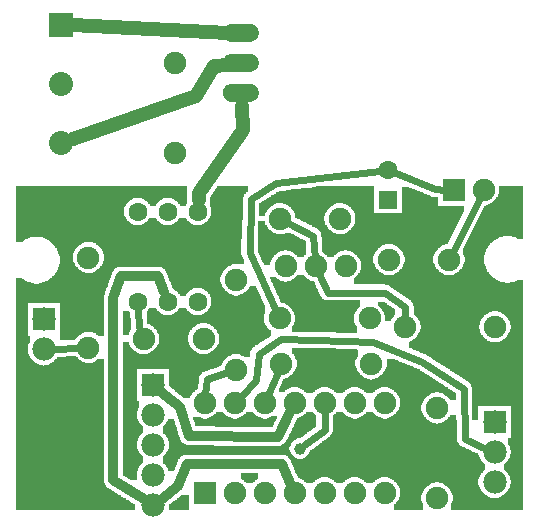
<source format=gbl>
G04 MADE WITH FRITZING*
G04 WWW.FRITZING.ORG*
G04 DOUBLE SIDED*
G04 HOLES PLATED*
G04 CONTOUR ON CENTER OF CONTOUR VECTOR*
%ASAXBY*%
%FSLAX23Y23*%
%MOIN*%
%OFA0B0*%
%SFA1.0B1.0*%
%ADD10C,0.075000*%
%ADD11C,0.039370*%
%ADD12C,0.063000*%
%ADD13C,0.078000*%
%ADD14C,0.062992*%
%ADD15C,0.060000*%
%ADD16C,0.080000*%
%ADD17R,0.075000X0.075000*%
%ADD18R,0.078000X0.078000*%
%ADD19R,0.062992X0.062992*%
%ADD20R,0.080000X0.080000*%
%ADD21C,0.024000*%
%ADD22C,0.032000*%
%ADD23C,0.048000*%
%ADD24R,0.001000X0.001000*%
%LNCOPPER0*%
G90*
G70*
G54D10*
X1014Y725D03*
X387Y931D03*
X1649Y1027D03*
X1497Y1110D03*
X1597Y1110D03*
G54D11*
X985Y248D03*
G54D10*
X667Y101D03*
X667Y401D03*
X767Y101D03*
X767Y401D03*
X867Y101D03*
X867Y401D03*
X967Y101D03*
X967Y401D03*
X1067Y101D03*
X1067Y401D03*
X1167Y101D03*
X1167Y401D03*
X1267Y101D03*
X1267Y401D03*
G54D12*
X445Y738D03*
X545Y738D03*
X645Y738D03*
X645Y1038D03*
X545Y1038D03*
X445Y1038D03*
G54D10*
X464Y614D03*
X664Y614D03*
X919Y1014D03*
X1119Y1014D03*
G54D13*
X495Y461D03*
X495Y361D03*
X495Y261D03*
X495Y161D03*
X495Y61D03*
G54D10*
X937Y857D03*
X1037Y857D03*
X1137Y857D03*
G54D13*
X131Y679D03*
X131Y579D03*
X1634Y336D03*
X1634Y236D03*
X1634Y136D03*
G54D10*
X772Y511D03*
X772Y811D03*
X922Y531D03*
X1222Y531D03*
X567Y1233D03*
X567Y1533D03*
X1335Y653D03*
X1635Y653D03*
X1442Y83D03*
X1442Y383D03*
X917Y682D03*
X1217Y682D03*
G54D14*
X1279Y1078D03*
X1279Y1176D03*
G54D10*
X1282Y878D03*
X1482Y878D03*
G54D15*
X788Y1633D03*
X788Y1533D03*
X788Y1433D03*
G54D16*
X187Y1661D03*
X187Y1464D03*
X187Y1267D03*
G54D10*
X280Y585D03*
X280Y885D03*
G54D17*
X1497Y1110D03*
X667Y101D03*
G54D18*
X495Y461D03*
X131Y679D03*
X1634Y336D03*
G54D19*
X1279Y1078D03*
G54D20*
X187Y1661D03*
G54D21*
X847Y565D02*
X922Y612D01*
D02*
X839Y476D02*
X847Y565D01*
D02*
X922Y612D02*
X1036Y610D01*
D02*
X1036Y610D02*
X1228Y604D01*
D02*
X1228Y604D02*
X1392Y537D01*
D02*
X1392Y537D02*
X1531Y448D01*
D02*
X1531Y448D02*
X1536Y279D01*
D02*
X1536Y279D02*
X1606Y248D01*
D02*
X787Y421D02*
X839Y476D01*
D02*
X1436Y1112D02*
X1468Y1111D01*
D02*
X1304Y1166D02*
X1436Y1112D01*
D02*
X1584Y1085D02*
X1494Y904D01*
D02*
X1067Y309D02*
X1000Y259D01*
D02*
X1067Y372D02*
X1067Y309D01*
G54D22*
D02*
X580Y122D02*
X607Y196D01*
D02*
X924Y198D02*
X953Y132D01*
D02*
X607Y196D02*
X924Y198D01*
D02*
X524Y81D02*
X580Y122D01*
D02*
X585Y386D02*
X523Y438D01*
D02*
X913Y288D02*
X615Y290D01*
D02*
X615Y290D02*
X585Y386D01*
D02*
X952Y370D02*
X913Y288D01*
G54D23*
D02*
X229Y1659D02*
X746Y1635D01*
D02*
X637Y1424D02*
X700Y1524D01*
D02*
X700Y1524D02*
X746Y1528D01*
D02*
X227Y1281D02*
X637Y1424D01*
D02*
X648Y1101D02*
X647Y1076D01*
D02*
X796Y1309D02*
X648Y1101D01*
D02*
X791Y1391D02*
X796Y1309D01*
G54D22*
D02*
X362Y750D02*
X363Y142D01*
D02*
X363Y142D02*
X465Y79D01*
D02*
X389Y824D02*
X362Y750D01*
D02*
X511Y824D02*
X389Y824D01*
D02*
X533Y769D02*
X511Y824D01*
G54D21*
D02*
X450Y654D02*
X454Y641D01*
D02*
X446Y711D02*
X450Y654D01*
D02*
X1078Y768D02*
X1267Y768D01*
D02*
X1267Y768D02*
X1336Y721D01*
D02*
X1336Y721D02*
X1335Y682D01*
D02*
X1049Y831D02*
X1078Y768D01*
D02*
X905Y708D02*
X817Y901D01*
D02*
X817Y901D02*
X822Y1079D01*
D02*
X822Y1079D02*
X906Y1132D01*
D02*
X906Y1132D02*
X1253Y1173D01*
D02*
X676Y479D02*
X745Y502D01*
D02*
X670Y429D02*
X676Y479D01*
D02*
X878Y427D02*
X911Y505D01*
D02*
X161Y580D02*
X252Y584D01*
D02*
X1030Y957D02*
X1035Y885D01*
D02*
X944Y1001D02*
X1030Y957D01*
G36*
X846Y1008D02*
X846Y962D01*
X910Y962D01*
X910Y964D01*
X904Y964D01*
X904Y966D01*
X898Y966D01*
X898Y968D01*
X896Y968D01*
X896Y970D01*
X892Y970D01*
X892Y972D01*
X890Y972D01*
X890Y974D01*
X888Y974D01*
X888Y976D01*
X884Y976D01*
X884Y978D01*
X882Y978D01*
X882Y980D01*
X880Y980D01*
X880Y984D01*
X878Y984D01*
X878Y986D01*
X876Y986D01*
X876Y988D01*
X874Y988D01*
X874Y992D01*
X872Y992D01*
X872Y994D01*
X870Y994D01*
X870Y1000D01*
X868Y1000D01*
X868Y1006D01*
X866Y1006D01*
X866Y1008D01*
X846Y1008D01*
G37*
D02*
G36*
X934Y966D02*
X934Y964D01*
X926Y964D01*
X926Y962D01*
X960Y962D01*
X960Y964D01*
X956Y964D01*
X956Y966D01*
X934Y966D01*
G37*
D02*
G36*
X846Y962D02*
X846Y960D01*
X964Y960D01*
X964Y962D01*
X846Y962D01*
G37*
D02*
G36*
X846Y962D02*
X846Y960D01*
X964Y960D01*
X964Y962D01*
X846Y962D01*
G37*
D02*
G36*
X846Y960D02*
X846Y944D01*
X844Y944D01*
X844Y910D01*
X942Y910D01*
X942Y908D01*
X950Y908D01*
X950Y906D01*
X956Y906D01*
X956Y904D01*
X960Y904D01*
X960Y902D01*
X962Y902D01*
X962Y900D01*
X966Y900D01*
X966Y898D01*
X968Y898D01*
X968Y896D01*
X970Y896D01*
X970Y894D01*
X972Y894D01*
X972Y892D01*
X974Y892D01*
X974Y890D01*
X976Y890D01*
X976Y888D01*
X998Y888D01*
X998Y890D01*
X1000Y890D01*
X1000Y892D01*
X1002Y892D01*
X1002Y894D01*
X1004Y894D01*
X1004Y896D01*
X1006Y896D01*
X1006Y924D01*
X1004Y924D01*
X1004Y940D01*
X1002Y940D01*
X1002Y942D01*
X998Y942D01*
X998Y944D01*
X994Y944D01*
X994Y946D01*
X990Y946D01*
X990Y948D01*
X986Y948D01*
X986Y950D01*
X982Y950D01*
X982Y952D01*
X978Y952D01*
X978Y954D01*
X976Y954D01*
X976Y956D01*
X972Y956D01*
X972Y958D01*
X968Y958D01*
X968Y960D01*
X846Y960D01*
G37*
D02*
G36*
X844Y910D02*
X844Y904D01*
X846Y904D01*
X846Y900D01*
X848Y900D01*
X848Y896D01*
X850Y896D01*
X850Y892D01*
X852Y892D01*
X852Y886D01*
X854Y886D01*
X854Y882D01*
X856Y882D01*
X856Y878D01*
X858Y878D01*
X858Y874D01*
X860Y874D01*
X860Y870D01*
X862Y870D01*
X862Y866D01*
X864Y866D01*
X864Y860D01*
X884Y860D01*
X884Y862D01*
X886Y862D01*
X886Y870D01*
X888Y870D01*
X888Y876D01*
X890Y876D01*
X890Y878D01*
X892Y878D01*
X892Y882D01*
X894Y882D01*
X894Y886D01*
X896Y886D01*
X896Y888D01*
X898Y888D01*
X898Y890D01*
X900Y890D01*
X900Y892D01*
X902Y892D01*
X902Y894D01*
X904Y894D01*
X904Y896D01*
X906Y896D01*
X906Y898D01*
X908Y898D01*
X908Y900D01*
X912Y900D01*
X912Y902D01*
X914Y902D01*
X914Y904D01*
X918Y904D01*
X918Y906D01*
X924Y906D01*
X924Y908D01*
X932Y908D01*
X932Y910D01*
X844Y910D01*
G37*
D02*
G36*
X976Y826D02*
X976Y824D01*
X974Y824D01*
X974Y822D01*
X972Y822D01*
X972Y820D01*
X970Y820D01*
X970Y818D01*
X968Y818D01*
X968Y816D01*
X966Y816D01*
X966Y814D01*
X962Y814D01*
X962Y812D01*
X960Y812D01*
X960Y810D01*
X956Y810D01*
X956Y808D01*
X950Y808D01*
X950Y806D01*
X942Y806D01*
X942Y804D01*
X1032Y804D01*
X1032Y806D01*
X1024Y806D01*
X1024Y808D01*
X1018Y808D01*
X1018Y810D01*
X1014Y810D01*
X1014Y812D01*
X1012Y812D01*
X1012Y814D01*
X1008Y814D01*
X1008Y816D01*
X1006Y816D01*
X1006Y818D01*
X1004Y818D01*
X1004Y820D01*
X1002Y820D01*
X1002Y822D01*
X1000Y822D01*
X1000Y824D01*
X998Y824D01*
X998Y826D01*
X976Y826D01*
G37*
D02*
G36*
X884Y820D02*
X884Y816D01*
X886Y816D01*
X886Y812D01*
X888Y812D01*
X888Y808D01*
X890Y808D01*
X890Y804D01*
X932Y804D01*
X932Y806D01*
X924Y806D01*
X924Y808D01*
X918Y808D01*
X918Y810D01*
X914Y810D01*
X914Y812D01*
X912Y812D01*
X912Y814D01*
X908Y814D01*
X908Y816D01*
X906Y816D01*
X906Y818D01*
X904Y818D01*
X904Y820D01*
X884Y820D01*
G37*
D02*
G36*
X892Y804D02*
X892Y802D01*
X1032Y802D01*
X1032Y804D01*
X892Y804D01*
G37*
D02*
G36*
X892Y804D02*
X892Y802D01*
X1032Y802D01*
X1032Y804D01*
X892Y804D01*
G37*
D02*
G36*
X892Y802D02*
X892Y800D01*
X894Y800D01*
X894Y794D01*
X896Y794D01*
X896Y790D01*
X898Y790D01*
X898Y786D01*
X900Y786D01*
X900Y782D01*
X902Y782D01*
X902Y778D01*
X904Y778D01*
X904Y772D01*
X906Y772D01*
X906Y768D01*
X908Y768D01*
X908Y764D01*
X910Y764D01*
X910Y760D01*
X912Y760D01*
X912Y756D01*
X914Y756D01*
X914Y750D01*
X916Y750D01*
X916Y746D01*
X918Y746D01*
X918Y742D01*
X920Y742D01*
X920Y738D01*
X922Y738D01*
X922Y734D01*
X928Y734D01*
X928Y732D01*
X934Y732D01*
X934Y730D01*
X938Y730D01*
X938Y728D01*
X940Y728D01*
X940Y726D01*
X944Y726D01*
X944Y724D01*
X946Y724D01*
X946Y722D01*
X948Y722D01*
X948Y720D01*
X952Y720D01*
X952Y718D01*
X954Y718D01*
X954Y714D01*
X956Y714D01*
X956Y712D01*
X958Y712D01*
X958Y710D01*
X960Y710D01*
X960Y708D01*
X962Y708D01*
X962Y704D01*
X964Y704D01*
X964Y700D01*
X966Y700D01*
X966Y694D01*
X968Y694D01*
X968Y684D01*
X970Y684D01*
X970Y680D01*
X968Y680D01*
X968Y670D01*
X966Y670D01*
X966Y664D01*
X964Y664D01*
X964Y660D01*
X962Y660D01*
X962Y658D01*
X960Y658D01*
X960Y638D01*
X1036Y638D01*
X1036Y636D01*
X1106Y636D01*
X1106Y634D01*
X1176Y634D01*
X1176Y654D01*
X1174Y654D01*
X1174Y656D01*
X1172Y656D01*
X1172Y660D01*
X1170Y660D01*
X1170Y662D01*
X1168Y662D01*
X1168Y668D01*
X1166Y668D01*
X1166Y674D01*
X1164Y674D01*
X1164Y690D01*
X1166Y690D01*
X1166Y696D01*
X1168Y696D01*
X1168Y702D01*
X1170Y702D01*
X1170Y704D01*
X1172Y704D01*
X1172Y708D01*
X1174Y708D01*
X1174Y712D01*
X1176Y712D01*
X1176Y714D01*
X1178Y714D01*
X1178Y716D01*
X1180Y716D01*
X1180Y718D01*
X1182Y718D01*
X1182Y720D01*
X1184Y720D01*
X1184Y722D01*
X1186Y722D01*
X1186Y742D01*
X1068Y742D01*
X1068Y744D01*
X1064Y744D01*
X1064Y746D01*
X1062Y746D01*
X1062Y748D01*
X1058Y748D01*
X1058Y752D01*
X1056Y752D01*
X1056Y754D01*
X1054Y754D01*
X1054Y758D01*
X1052Y758D01*
X1052Y762D01*
X1050Y762D01*
X1050Y766D01*
X1048Y766D01*
X1048Y770D01*
X1046Y770D01*
X1046Y774D01*
X1044Y774D01*
X1044Y780D01*
X1042Y780D01*
X1042Y784D01*
X1040Y784D01*
X1040Y788D01*
X1038Y788D01*
X1038Y792D01*
X1036Y792D01*
X1036Y796D01*
X1034Y796D01*
X1034Y802D01*
X892Y802D01*
G37*
D02*
G36*
X1246Y736D02*
X1246Y722D01*
X1248Y722D01*
X1248Y720D01*
X1252Y720D01*
X1252Y718D01*
X1254Y718D01*
X1254Y714D01*
X1256Y714D01*
X1256Y712D01*
X1258Y712D01*
X1258Y710D01*
X1260Y710D01*
X1260Y708D01*
X1262Y708D01*
X1262Y704D01*
X1264Y704D01*
X1264Y700D01*
X1266Y700D01*
X1266Y694D01*
X1268Y694D01*
X1268Y684D01*
X1270Y684D01*
X1270Y680D01*
X1268Y680D01*
X1268Y672D01*
X1288Y672D01*
X1288Y676D01*
X1290Y676D01*
X1290Y680D01*
X1292Y680D01*
X1292Y682D01*
X1294Y682D01*
X1294Y684D01*
X1296Y684D01*
X1296Y686D01*
X1298Y686D01*
X1298Y690D01*
X1300Y690D01*
X1300Y692D01*
X1302Y692D01*
X1302Y712D01*
X1300Y712D01*
X1300Y714D01*
X1298Y714D01*
X1298Y716D01*
X1294Y716D01*
X1294Y718D01*
X1292Y718D01*
X1292Y720D01*
X1288Y720D01*
X1288Y722D01*
X1286Y722D01*
X1286Y724D01*
X1282Y724D01*
X1282Y726D01*
X1280Y726D01*
X1280Y728D01*
X1276Y728D01*
X1276Y730D01*
X1274Y730D01*
X1274Y732D01*
X1270Y732D01*
X1270Y734D01*
X1268Y734D01*
X1268Y736D01*
X1246Y736D01*
G37*
D02*
G36*
X394Y706D02*
X394Y626D01*
X414Y626D01*
X414Y632D01*
X416Y632D01*
X416Y636D01*
X418Y636D01*
X418Y638D01*
X420Y638D01*
X420Y642D01*
X422Y642D01*
X422Y684D01*
X420Y684D01*
X420Y702D01*
X418Y702D01*
X418Y704D01*
X414Y704D01*
X414Y706D01*
X394Y706D01*
G37*
D02*
G36*
X40Y1124D02*
X40Y1084D01*
X556Y1084D01*
X556Y1082D01*
X560Y1082D01*
X560Y1080D01*
X564Y1080D01*
X564Y1078D01*
X568Y1078D01*
X568Y1076D01*
X570Y1076D01*
X570Y1074D01*
X572Y1074D01*
X572Y1072D01*
X576Y1072D01*
X576Y1070D01*
X578Y1070D01*
X578Y1066D01*
X580Y1066D01*
X580Y1064D01*
X582Y1064D01*
X582Y1062D01*
X584Y1062D01*
X584Y1058D01*
X604Y1058D01*
X604Y1060D01*
X606Y1060D01*
X606Y1064D01*
X608Y1064D01*
X608Y1100D01*
X610Y1100D01*
X610Y1124D01*
X40Y1124D01*
G37*
D02*
G36*
X712Y1124D02*
X712Y1122D01*
X710Y1122D01*
X710Y1120D01*
X708Y1120D01*
X708Y1116D01*
X706Y1116D01*
X706Y1114D01*
X704Y1114D01*
X704Y1112D01*
X702Y1112D01*
X702Y1108D01*
X700Y1108D01*
X700Y1106D01*
X698Y1106D01*
X698Y1102D01*
X696Y1102D01*
X696Y1100D01*
X694Y1100D01*
X694Y1098D01*
X692Y1098D01*
X692Y1094D01*
X690Y1094D01*
X690Y1092D01*
X688Y1092D01*
X688Y1088D01*
X686Y1088D01*
X686Y1054D01*
X688Y1054D01*
X688Y1050D01*
X690Y1050D01*
X690Y1028D01*
X688Y1028D01*
X688Y1022D01*
X686Y1022D01*
X686Y1018D01*
X684Y1018D01*
X684Y1016D01*
X682Y1016D01*
X682Y1012D01*
X680Y1012D01*
X680Y1010D01*
X678Y1010D01*
X678Y1008D01*
X676Y1008D01*
X676Y1006D01*
X674Y1006D01*
X674Y1004D01*
X672Y1004D01*
X672Y1002D01*
X670Y1002D01*
X670Y1000D01*
X666Y1000D01*
X666Y998D01*
X662Y998D01*
X662Y996D01*
X658Y996D01*
X658Y994D01*
X652Y994D01*
X652Y992D01*
X792Y992D01*
X792Y1010D01*
X794Y1010D01*
X794Y1074D01*
X796Y1074D01*
X796Y1088D01*
X798Y1088D01*
X798Y1092D01*
X800Y1092D01*
X800Y1096D01*
X802Y1096D01*
X802Y1098D01*
X804Y1098D01*
X804Y1100D01*
X806Y1100D01*
X806Y1102D01*
X808Y1102D01*
X808Y1104D01*
X812Y1104D01*
X812Y1124D01*
X712Y1124D01*
G37*
D02*
G36*
X40Y1084D02*
X40Y992D01*
X436Y992D01*
X436Y994D01*
X430Y994D01*
X430Y996D01*
X426Y996D01*
X426Y998D01*
X422Y998D01*
X422Y1000D01*
X420Y1000D01*
X420Y1002D01*
X418Y1002D01*
X418Y1004D01*
X414Y1004D01*
X414Y1006D01*
X412Y1006D01*
X412Y1008D01*
X410Y1008D01*
X410Y1012D01*
X408Y1012D01*
X408Y1014D01*
X406Y1014D01*
X406Y1016D01*
X404Y1016D01*
X404Y1020D01*
X402Y1020D01*
X402Y1024D01*
X400Y1024D01*
X400Y1030D01*
X398Y1030D01*
X398Y1046D01*
X400Y1046D01*
X400Y1052D01*
X402Y1052D01*
X402Y1056D01*
X404Y1056D01*
X404Y1060D01*
X406Y1060D01*
X406Y1064D01*
X408Y1064D01*
X408Y1066D01*
X410Y1066D01*
X410Y1068D01*
X412Y1068D01*
X412Y1070D01*
X414Y1070D01*
X414Y1072D01*
X416Y1072D01*
X416Y1074D01*
X418Y1074D01*
X418Y1076D01*
X422Y1076D01*
X422Y1078D01*
X424Y1078D01*
X424Y1080D01*
X428Y1080D01*
X428Y1082D01*
X434Y1082D01*
X434Y1084D01*
X40Y1084D01*
G37*
D02*
G36*
X456Y1084D02*
X456Y1082D01*
X460Y1082D01*
X460Y1080D01*
X464Y1080D01*
X464Y1078D01*
X468Y1078D01*
X468Y1076D01*
X470Y1076D01*
X470Y1074D01*
X472Y1074D01*
X472Y1072D01*
X476Y1072D01*
X476Y1070D01*
X478Y1070D01*
X478Y1066D01*
X480Y1066D01*
X480Y1064D01*
X482Y1064D01*
X482Y1062D01*
X484Y1062D01*
X484Y1058D01*
X504Y1058D01*
X504Y1060D01*
X506Y1060D01*
X506Y1064D01*
X508Y1064D01*
X508Y1066D01*
X510Y1066D01*
X510Y1068D01*
X512Y1068D01*
X512Y1070D01*
X514Y1070D01*
X514Y1072D01*
X516Y1072D01*
X516Y1074D01*
X518Y1074D01*
X518Y1076D01*
X522Y1076D01*
X522Y1078D01*
X524Y1078D01*
X524Y1080D01*
X528Y1080D01*
X528Y1082D01*
X534Y1082D01*
X534Y1084D01*
X456Y1084D01*
G37*
D02*
G36*
X484Y1018D02*
X484Y1016D01*
X482Y1016D01*
X482Y1012D01*
X480Y1012D01*
X480Y1010D01*
X478Y1010D01*
X478Y1008D01*
X476Y1008D01*
X476Y1006D01*
X474Y1006D01*
X474Y1004D01*
X472Y1004D01*
X472Y1002D01*
X470Y1002D01*
X470Y1000D01*
X466Y1000D01*
X466Y998D01*
X462Y998D01*
X462Y996D01*
X458Y996D01*
X458Y994D01*
X452Y994D01*
X452Y992D01*
X536Y992D01*
X536Y994D01*
X530Y994D01*
X530Y996D01*
X526Y996D01*
X526Y998D01*
X522Y998D01*
X522Y1000D01*
X520Y1000D01*
X520Y1002D01*
X518Y1002D01*
X518Y1004D01*
X514Y1004D01*
X514Y1006D01*
X512Y1006D01*
X512Y1008D01*
X510Y1008D01*
X510Y1012D01*
X508Y1012D01*
X508Y1014D01*
X506Y1014D01*
X506Y1016D01*
X504Y1016D01*
X504Y1018D01*
X484Y1018D01*
G37*
D02*
G36*
X584Y1018D02*
X584Y1016D01*
X582Y1016D01*
X582Y1012D01*
X580Y1012D01*
X580Y1010D01*
X578Y1010D01*
X578Y1008D01*
X576Y1008D01*
X576Y1006D01*
X574Y1006D01*
X574Y1004D01*
X572Y1004D01*
X572Y1002D01*
X570Y1002D01*
X570Y1000D01*
X566Y1000D01*
X566Y998D01*
X562Y998D01*
X562Y996D01*
X558Y996D01*
X558Y994D01*
X552Y994D01*
X552Y992D01*
X636Y992D01*
X636Y994D01*
X630Y994D01*
X630Y996D01*
X626Y996D01*
X626Y998D01*
X622Y998D01*
X622Y1000D01*
X620Y1000D01*
X620Y1002D01*
X618Y1002D01*
X618Y1004D01*
X614Y1004D01*
X614Y1006D01*
X612Y1006D01*
X612Y1008D01*
X610Y1008D01*
X610Y1012D01*
X608Y1012D01*
X608Y1014D01*
X606Y1014D01*
X606Y1016D01*
X604Y1016D01*
X604Y1018D01*
X584Y1018D01*
G37*
D02*
G36*
X40Y992D02*
X40Y990D01*
X792Y990D01*
X792Y992D01*
X40Y992D01*
G37*
D02*
G36*
X40Y992D02*
X40Y990D01*
X792Y990D01*
X792Y992D01*
X40Y992D01*
G37*
D02*
G36*
X40Y992D02*
X40Y990D01*
X792Y990D01*
X792Y992D01*
X40Y992D01*
G37*
D02*
G36*
X40Y992D02*
X40Y990D01*
X792Y990D01*
X792Y992D01*
X40Y992D01*
G37*
D02*
G36*
X40Y990D02*
X40Y954D01*
X120Y954D01*
X120Y952D01*
X128Y952D01*
X128Y950D01*
X134Y950D01*
X134Y948D01*
X138Y948D01*
X138Y946D01*
X142Y946D01*
X142Y944D01*
X146Y944D01*
X146Y942D01*
X148Y942D01*
X148Y940D01*
X152Y940D01*
X152Y938D01*
X288Y938D01*
X288Y936D01*
X294Y936D01*
X294Y934D01*
X300Y934D01*
X300Y932D01*
X304Y932D01*
X304Y930D01*
X306Y930D01*
X306Y928D01*
X310Y928D01*
X310Y926D01*
X312Y926D01*
X312Y924D01*
X314Y924D01*
X314Y922D01*
X316Y922D01*
X316Y920D01*
X318Y920D01*
X318Y918D01*
X320Y918D01*
X320Y916D01*
X322Y916D01*
X322Y914D01*
X324Y914D01*
X324Y910D01*
X326Y910D01*
X326Y906D01*
X328Y906D01*
X328Y902D01*
X330Y902D01*
X330Y898D01*
X332Y898D01*
X332Y874D01*
X330Y874D01*
X330Y868D01*
X328Y868D01*
X328Y864D01*
X778Y864D01*
X778Y862D01*
X800Y862D01*
X800Y876D01*
X798Y876D01*
X798Y880D01*
X796Y880D01*
X796Y884D01*
X794Y884D01*
X794Y888D01*
X792Y888D01*
X792Y894D01*
X790Y894D01*
X790Y946D01*
X792Y946D01*
X792Y990D01*
X40Y990D01*
G37*
D02*
G36*
X40Y954D02*
X40Y936D01*
X60Y936D01*
X60Y938D01*
X62Y938D01*
X62Y940D01*
X64Y940D01*
X64Y942D01*
X68Y942D01*
X68Y944D01*
X70Y944D01*
X70Y946D01*
X74Y946D01*
X74Y948D01*
X80Y948D01*
X80Y950D01*
X84Y950D01*
X84Y952D01*
X92Y952D01*
X92Y954D01*
X40Y954D01*
G37*
D02*
G36*
X154Y938D02*
X154Y936D01*
X156Y936D01*
X156Y934D01*
X158Y934D01*
X158Y932D01*
X160Y932D01*
X160Y930D01*
X162Y930D01*
X162Y928D01*
X164Y928D01*
X164Y926D01*
X166Y926D01*
X166Y924D01*
X168Y924D01*
X168Y922D01*
X170Y922D01*
X170Y918D01*
X172Y918D01*
X172Y916D01*
X174Y916D01*
X174Y912D01*
X176Y912D01*
X176Y908D01*
X178Y908D01*
X178Y904D01*
X180Y904D01*
X180Y898D01*
X182Y898D01*
X182Y890D01*
X184Y890D01*
X184Y862D01*
X182Y862D01*
X182Y854D01*
X180Y854D01*
X180Y850D01*
X178Y850D01*
X178Y844D01*
X176Y844D01*
X176Y840D01*
X174Y840D01*
X174Y838D01*
X172Y838D01*
X172Y834D01*
X170Y834D01*
X170Y832D01*
X276Y832D01*
X276Y834D01*
X268Y834D01*
X268Y836D01*
X262Y836D01*
X262Y838D01*
X258Y838D01*
X258Y840D01*
X256Y840D01*
X256Y842D01*
X252Y842D01*
X252Y844D01*
X250Y844D01*
X250Y846D01*
X248Y846D01*
X248Y848D01*
X246Y848D01*
X246Y850D01*
X244Y850D01*
X244Y852D01*
X242Y852D01*
X242Y854D01*
X240Y854D01*
X240Y856D01*
X238Y856D01*
X238Y858D01*
X236Y858D01*
X236Y862D01*
X234Y862D01*
X234Y866D01*
X232Y866D01*
X232Y870D01*
X230Y870D01*
X230Y876D01*
X228Y876D01*
X228Y894D01*
X230Y894D01*
X230Y900D01*
X232Y900D01*
X232Y906D01*
X234Y906D01*
X234Y908D01*
X236Y908D01*
X236Y912D01*
X238Y912D01*
X238Y914D01*
X240Y914D01*
X240Y916D01*
X242Y916D01*
X242Y920D01*
X244Y920D01*
X244Y922D01*
X246Y922D01*
X246Y924D01*
X250Y924D01*
X250Y926D01*
X252Y926D01*
X252Y928D01*
X254Y928D01*
X254Y930D01*
X258Y930D01*
X258Y932D01*
X262Y932D01*
X262Y934D01*
X266Y934D01*
X266Y936D01*
X272Y936D01*
X272Y938D01*
X154Y938D01*
G37*
D02*
G36*
X326Y864D02*
X326Y860D01*
X324Y860D01*
X324Y858D01*
X322Y858D01*
X322Y856D01*
X320Y856D01*
X320Y854D01*
X522Y854D01*
X522Y852D01*
X526Y852D01*
X526Y850D01*
X530Y850D01*
X530Y848D01*
X532Y848D01*
X532Y846D01*
X534Y846D01*
X534Y844D01*
X536Y844D01*
X536Y840D01*
X538Y840D01*
X538Y838D01*
X540Y838D01*
X540Y832D01*
X542Y832D01*
X542Y828D01*
X544Y828D01*
X544Y822D01*
X546Y822D01*
X546Y818D01*
X548Y818D01*
X548Y812D01*
X550Y812D01*
X550Y806D01*
X552Y806D01*
X552Y802D01*
X554Y802D01*
X554Y796D01*
X556Y796D01*
X556Y792D01*
X558Y792D01*
X558Y786D01*
X560Y786D01*
X560Y784D01*
X656Y784D01*
X656Y782D01*
X660Y782D01*
X660Y780D01*
X664Y780D01*
X664Y778D01*
X668Y778D01*
X668Y776D01*
X670Y776D01*
X670Y774D01*
X672Y774D01*
X672Y772D01*
X676Y772D01*
X676Y770D01*
X678Y770D01*
X678Y766D01*
X680Y766D01*
X680Y764D01*
X682Y764D01*
X682Y762D01*
X684Y762D01*
X684Y758D01*
X766Y758D01*
X766Y760D01*
X758Y760D01*
X758Y762D01*
X754Y762D01*
X754Y764D01*
X750Y764D01*
X750Y766D01*
X746Y766D01*
X746Y768D01*
X744Y768D01*
X744Y770D01*
X742Y770D01*
X742Y772D01*
X738Y772D01*
X738Y774D01*
X736Y774D01*
X736Y776D01*
X734Y776D01*
X734Y780D01*
X732Y780D01*
X732Y782D01*
X730Y782D01*
X730Y784D01*
X728Y784D01*
X728Y788D01*
X726Y788D01*
X726Y790D01*
X724Y790D01*
X724Y796D01*
X722Y796D01*
X722Y802D01*
X720Y802D01*
X720Y820D01*
X722Y820D01*
X722Y826D01*
X724Y826D01*
X724Y832D01*
X726Y832D01*
X726Y834D01*
X728Y834D01*
X728Y838D01*
X730Y838D01*
X730Y840D01*
X732Y840D01*
X732Y842D01*
X734Y842D01*
X734Y846D01*
X736Y846D01*
X736Y848D01*
X740Y848D01*
X740Y850D01*
X742Y850D01*
X742Y852D01*
X744Y852D01*
X744Y854D01*
X746Y854D01*
X746Y856D01*
X750Y856D01*
X750Y858D01*
X754Y858D01*
X754Y860D01*
X758Y860D01*
X758Y862D01*
X766Y862D01*
X766Y864D01*
X326Y864D01*
G37*
D02*
G36*
X320Y854D02*
X320Y852D01*
X318Y852D01*
X318Y850D01*
X316Y850D01*
X316Y848D01*
X314Y848D01*
X314Y846D01*
X310Y846D01*
X310Y844D01*
X308Y844D01*
X308Y842D01*
X306Y842D01*
X306Y840D01*
X302Y840D01*
X302Y838D01*
X298Y838D01*
X298Y836D01*
X294Y836D01*
X294Y834D01*
X284Y834D01*
X284Y832D01*
X360Y832D01*
X360Y838D01*
X362Y838D01*
X362Y840D01*
X364Y840D01*
X364Y844D01*
X366Y844D01*
X366Y846D01*
X368Y846D01*
X368Y848D01*
X370Y848D01*
X370Y850D01*
X374Y850D01*
X374Y852D01*
X378Y852D01*
X378Y854D01*
X320Y854D01*
G37*
D02*
G36*
X168Y832D02*
X168Y830D01*
X358Y830D01*
X358Y832D01*
X168Y832D01*
G37*
D02*
G36*
X168Y832D02*
X168Y830D01*
X358Y830D01*
X358Y832D01*
X168Y832D01*
G37*
D02*
G36*
X168Y830D02*
X168Y828D01*
X166Y828D01*
X166Y826D01*
X164Y826D01*
X164Y824D01*
X162Y824D01*
X162Y822D01*
X160Y822D01*
X160Y820D01*
X158Y820D01*
X158Y818D01*
X156Y818D01*
X156Y816D01*
X152Y816D01*
X152Y814D01*
X150Y814D01*
X150Y812D01*
X148Y812D01*
X148Y810D01*
X144Y810D01*
X144Y808D01*
X140Y808D01*
X140Y806D01*
X136Y806D01*
X136Y804D01*
X132Y804D01*
X132Y802D01*
X124Y802D01*
X124Y800D01*
X114Y800D01*
X114Y798D01*
X346Y798D01*
X346Y800D01*
X348Y800D01*
X348Y804D01*
X350Y804D01*
X350Y810D01*
X352Y810D01*
X352Y816D01*
X354Y816D01*
X354Y822D01*
X356Y822D01*
X356Y826D01*
X358Y826D01*
X358Y830D01*
X168Y830D01*
G37*
D02*
G36*
X40Y816D02*
X40Y798D01*
X98Y798D01*
X98Y800D01*
X88Y800D01*
X88Y802D01*
X82Y802D01*
X82Y804D01*
X76Y804D01*
X76Y806D01*
X72Y806D01*
X72Y808D01*
X70Y808D01*
X70Y810D01*
X66Y810D01*
X66Y812D01*
X62Y812D01*
X62Y814D01*
X60Y814D01*
X60Y816D01*
X40Y816D01*
G37*
D02*
G36*
X40Y798D02*
X40Y796D01*
X346Y796D01*
X346Y798D01*
X40Y798D01*
G37*
D02*
G36*
X40Y798D02*
X40Y796D01*
X346Y796D01*
X346Y798D01*
X40Y798D01*
G37*
D02*
G36*
X40Y796D02*
X40Y732D01*
X186Y732D01*
X186Y638D01*
X288Y638D01*
X288Y636D01*
X294Y636D01*
X294Y634D01*
X300Y634D01*
X300Y632D01*
X304Y632D01*
X304Y630D01*
X306Y630D01*
X306Y628D01*
X310Y628D01*
X310Y626D01*
X312Y626D01*
X312Y624D01*
X332Y624D01*
X332Y760D01*
X334Y760D01*
X334Y766D01*
X336Y766D01*
X336Y772D01*
X338Y772D01*
X338Y778D01*
X340Y778D01*
X340Y782D01*
X342Y782D01*
X342Y788D01*
X344Y788D01*
X344Y794D01*
X346Y794D01*
X346Y796D01*
X40Y796D01*
G37*
D02*
G36*
X818Y790D02*
X818Y786D01*
X816Y786D01*
X816Y784D01*
X814Y784D01*
X814Y780D01*
X812Y780D01*
X812Y778D01*
X810Y778D01*
X810Y776D01*
X808Y776D01*
X808Y774D01*
X806Y774D01*
X806Y772D01*
X804Y772D01*
X804Y770D01*
X800Y770D01*
X800Y768D01*
X798Y768D01*
X798Y766D01*
X794Y766D01*
X794Y764D01*
X792Y764D01*
X792Y762D01*
X786Y762D01*
X786Y760D01*
X778Y760D01*
X778Y758D01*
X852Y758D01*
X852Y762D01*
X850Y762D01*
X850Y766D01*
X848Y766D01*
X848Y770D01*
X846Y770D01*
X846Y774D01*
X844Y774D01*
X844Y778D01*
X842Y778D01*
X842Y784D01*
X840Y784D01*
X840Y788D01*
X838Y788D01*
X838Y790D01*
X818Y790D01*
G37*
D02*
G36*
X560Y784D02*
X560Y782D01*
X562Y782D01*
X562Y780D01*
X564Y780D01*
X564Y778D01*
X568Y778D01*
X568Y776D01*
X570Y776D01*
X570Y774D01*
X572Y774D01*
X572Y772D01*
X576Y772D01*
X576Y770D01*
X578Y770D01*
X578Y766D01*
X580Y766D01*
X580Y764D01*
X582Y764D01*
X582Y762D01*
X584Y762D01*
X584Y758D01*
X604Y758D01*
X604Y760D01*
X606Y760D01*
X606Y764D01*
X608Y764D01*
X608Y766D01*
X610Y766D01*
X610Y768D01*
X612Y768D01*
X612Y770D01*
X614Y770D01*
X614Y772D01*
X616Y772D01*
X616Y774D01*
X618Y774D01*
X618Y776D01*
X622Y776D01*
X622Y778D01*
X624Y778D01*
X624Y780D01*
X628Y780D01*
X628Y782D01*
X634Y782D01*
X634Y784D01*
X560Y784D01*
G37*
D02*
G36*
X686Y758D02*
X686Y756D01*
X852Y756D01*
X852Y758D01*
X686Y758D01*
G37*
D02*
G36*
X686Y758D02*
X686Y756D01*
X852Y756D01*
X852Y758D01*
X686Y758D01*
G37*
D02*
G36*
X686Y756D02*
X686Y754D01*
X688Y754D01*
X688Y750D01*
X690Y750D01*
X690Y728D01*
X688Y728D01*
X688Y722D01*
X686Y722D01*
X686Y718D01*
X684Y718D01*
X684Y716D01*
X682Y716D01*
X682Y712D01*
X680Y712D01*
X680Y710D01*
X678Y710D01*
X678Y708D01*
X676Y708D01*
X676Y706D01*
X674Y706D01*
X674Y704D01*
X672Y704D01*
X672Y702D01*
X670Y702D01*
X670Y700D01*
X666Y700D01*
X666Y698D01*
X662Y698D01*
X662Y696D01*
X658Y696D01*
X658Y694D01*
X652Y694D01*
X652Y692D01*
X866Y692D01*
X866Y696D01*
X868Y696D01*
X868Y702D01*
X870Y702D01*
X870Y722D01*
X868Y722D01*
X868Y726D01*
X866Y726D01*
X866Y730D01*
X864Y730D01*
X864Y734D01*
X862Y734D01*
X862Y740D01*
X860Y740D01*
X860Y744D01*
X858Y744D01*
X858Y748D01*
X856Y748D01*
X856Y752D01*
X854Y752D01*
X854Y756D01*
X686Y756D01*
G37*
D02*
G36*
X40Y732D02*
X40Y524D01*
X130Y524D01*
X130Y526D01*
X118Y526D01*
X118Y528D01*
X114Y528D01*
X114Y530D01*
X110Y530D01*
X110Y532D01*
X106Y532D01*
X106Y534D01*
X102Y534D01*
X102Y536D01*
X100Y536D01*
X100Y538D01*
X98Y538D01*
X98Y540D01*
X96Y540D01*
X96Y542D01*
X94Y542D01*
X94Y544D01*
X92Y544D01*
X92Y546D01*
X90Y546D01*
X90Y548D01*
X88Y548D01*
X88Y550D01*
X86Y550D01*
X86Y554D01*
X84Y554D01*
X84Y558D01*
X82Y558D01*
X82Y562D01*
X80Y562D01*
X80Y566D01*
X78Y566D01*
X78Y592D01*
X80Y592D01*
X80Y596D01*
X82Y596D01*
X82Y600D01*
X84Y600D01*
X84Y604D01*
X86Y604D01*
X86Y624D01*
X78Y624D01*
X78Y732D01*
X40Y732D01*
G37*
D02*
G36*
X484Y718D02*
X484Y716D01*
X482Y716D01*
X482Y712D01*
X480Y712D01*
X480Y710D01*
X478Y710D01*
X478Y708D01*
X476Y708D01*
X476Y706D01*
X474Y706D01*
X474Y692D01*
X536Y692D01*
X536Y694D01*
X530Y694D01*
X530Y696D01*
X526Y696D01*
X526Y698D01*
X522Y698D01*
X522Y700D01*
X520Y700D01*
X520Y702D01*
X518Y702D01*
X518Y704D01*
X514Y704D01*
X514Y706D01*
X512Y706D01*
X512Y708D01*
X510Y708D01*
X510Y712D01*
X508Y712D01*
X508Y714D01*
X506Y714D01*
X506Y716D01*
X504Y716D01*
X504Y718D01*
X484Y718D01*
G37*
D02*
G36*
X584Y718D02*
X584Y716D01*
X582Y716D01*
X582Y712D01*
X580Y712D01*
X580Y710D01*
X578Y710D01*
X578Y708D01*
X576Y708D01*
X576Y706D01*
X574Y706D01*
X574Y704D01*
X572Y704D01*
X572Y702D01*
X570Y702D01*
X570Y700D01*
X566Y700D01*
X566Y698D01*
X562Y698D01*
X562Y696D01*
X558Y696D01*
X558Y694D01*
X552Y694D01*
X552Y692D01*
X636Y692D01*
X636Y694D01*
X630Y694D01*
X630Y696D01*
X626Y696D01*
X626Y698D01*
X622Y698D01*
X622Y700D01*
X620Y700D01*
X620Y702D01*
X618Y702D01*
X618Y704D01*
X614Y704D01*
X614Y706D01*
X612Y706D01*
X612Y708D01*
X610Y708D01*
X610Y712D01*
X608Y712D01*
X608Y714D01*
X606Y714D01*
X606Y716D01*
X604Y716D01*
X604Y718D01*
X584Y718D01*
G37*
D02*
G36*
X474Y692D02*
X474Y690D01*
X866Y690D01*
X866Y692D01*
X474Y692D01*
G37*
D02*
G36*
X474Y692D02*
X474Y690D01*
X866Y690D01*
X866Y692D01*
X474Y692D01*
G37*
D02*
G36*
X474Y692D02*
X474Y690D01*
X866Y690D01*
X866Y692D01*
X474Y692D01*
G37*
D02*
G36*
X474Y690D02*
X474Y686D01*
X476Y686D01*
X476Y668D01*
X666Y668D01*
X666Y666D01*
X676Y666D01*
X676Y664D01*
X682Y664D01*
X682Y662D01*
X686Y662D01*
X686Y660D01*
X688Y660D01*
X688Y658D01*
X692Y658D01*
X692Y656D01*
X694Y656D01*
X694Y654D01*
X696Y654D01*
X696Y652D01*
X700Y652D01*
X700Y648D01*
X702Y648D01*
X702Y646D01*
X704Y646D01*
X704Y644D01*
X706Y644D01*
X706Y642D01*
X708Y642D01*
X708Y638D01*
X710Y638D01*
X710Y634D01*
X712Y634D01*
X712Y630D01*
X714Y630D01*
X714Y624D01*
X716Y624D01*
X716Y604D01*
X714Y604D01*
X714Y598D01*
X712Y598D01*
X712Y594D01*
X710Y594D01*
X710Y590D01*
X708Y590D01*
X708Y588D01*
X706Y588D01*
X706Y586D01*
X704Y586D01*
X704Y582D01*
X702Y582D01*
X702Y580D01*
X700Y580D01*
X700Y578D01*
X698Y578D01*
X698Y576D01*
X696Y576D01*
X696Y574D01*
X692Y574D01*
X692Y572D01*
X690Y572D01*
X690Y570D01*
X686Y570D01*
X686Y568D01*
X684Y568D01*
X684Y566D01*
X678Y566D01*
X678Y564D01*
X778Y564D01*
X778Y562D01*
X786Y562D01*
X786Y560D01*
X790Y560D01*
X790Y558D01*
X794Y558D01*
X794Y556D01*
X798Y556D01*
X798Y554D01*
X820Y554D01*
X820Y572D01*
X822Y572D01*
X822Y578D01*
X824Y578D01*
X824Y580D01*
X826Y580D01*
X826Y584D01*
X828Y584D01*
X828Y586D01*
X830Y586D01*
X830Y588D01*
X834Y588D01*
X834Y590D01*
X836Y590D01*
X836Y592D01*
X840Y592D01*
X840Y594D01*
X844Y594D01*
X844Y596D01*
X846Y596D01*
X846Y598D01*
X850Y598D01*
X850Y600D01*
X852Y600D01*
X852Y602D01*
X856Y602D01*
X856Y604D01*
X860Y604D01*
X860Y606D01*
X862Y606D01*
X862Y608D01*
X866Y608D01*
X866Y610D01*
X868Y610D01*
X868Y612D01*
X872Y612D01*
X872Y614D01*
X876Y614D01*
X876Y616D01*
X878Y616D01*
X878Y618D01*
X882Y618D01*
X882Y620D01*
X884Y620D01*
X884Y622D01*
X888Y622D01*
X888Y642D01*
X884Y642D01*
X884Y644D01*
X882Y644D01*
X882Y646D01*
X880Y646D01*
X880Y648D01*
X878Y648D01*
X878Y650D01*
X876Y650D01*
X876Y654D01*
X874Y654D01*
X874Y656D01*
X872Y656D01*
X872Y660D01*
X870Y660D01*
X870Y662D01*
X868Y662D01*
X868Y668D01*
X866Y668D01*
X866Y674D01*
X864Y674D01*
X864Y690D01*
X474Y690D01*
G37*
D02*
G36*
X476Y668D02*
X476Y664D01*
X482Y664D01*
X482Y662D01*
X486Y662D01*
X486Y660D01*
X488Y660D01*
X488Y658D01*
X492Y658D01*
X492Y656D01*
X494Y656D01*
X494Y654D01*
X496Y654D01*
X496Y652D01*
X500Y652D01*
X500Y648D01*
X502Y648D01*
X502Y646D01*
X504Y646D01*
X504Y644D01*
X506Y644D01*
X506Y642D01*
X508Y642D01*
X508Y638D01*
X510Y638D01*
X510Y634D01*
X512Y634D01*
X512Y630D01*
X514Y630D01*
X514Y624D01*
X516Y624D01*
X516Y604D01*
X514Y604D01*
X514Y598D01*
X512Y598D01*
X512Y594D01*
X510Y594D01*
X510Y590D01*
X508Y590D01*
X508Y588D01*
X506Y588D01*
X506Y586D01*
X504Y586D01*
X504Y582D01*
X502Y582D01*
X502Y580D01*
X500Y580D01*
X500Y578D01*
X498Y578D01*
X498Y576D01*
X496Y576D01*
X496Y574D01*
X492Y574D01*
X492Y572D01*
X490Y572D01*
X490Y570D01*
X486Y570D01*
X486Y568D01*
X484Y568D01*
X484Y566D01*
X478Y566D01*
X478Y564D01*
X472Y564D01*
X472Y562D01*
X656Y562D01*
X656Y564D01*
X650Y564D01*
X650Y566D01*
X644Y566D01*
X644Y568D01*
X642Y568D01*
X642Y570D01*
X638Y570D01*
X638Y572D01*
X634Y572D01*
X634Y574D01*
X632Y574D01*
X632Y576D01*
X630Y576D01*
X630Y578D01*
X628Y578D01*
X628Y580D01*
X626Y580D01*
X626Y582D01*
X624Y582D01*
X624Y584D01*
X622Y584D01*
X622Y588D01*
X620Y588D01*
X620Y590D01*
X618Y590D01*
X618Y594D01*
X616Y594D01*
X616Y598D01*
X614Y598D01*
X614Y604D01*
X612Y604D01*
X612Y626D01*
X614Y626D01*
X614Y632D01*
X616Y632D01*
X616Y636D01*
X618Y636D01*
X618Y638D01*
X620Y638D01*
X620Y642D01*
X622Y642D01*
X622Y644D01*
X624Y644D01*
X624Y646D01*
X626Y646D01*
X626Y650D01*
X628Y650D01*
X628Y652D01*
X632Y652D01*
X632Y654D01*
X634Y654D01*
X634Y656D01*
X636Y656D01*
X636Y658D01*
X638Y658D01*
X638Y660D01*
X642Y660D01*
X642Y662D01*
X646Y662D01*
X646Y664D01*
X652Y664D01*
X652Y666D01*
X662Y666D01*
X662Y668D01*
X476Y668D01*
G37*
D02*
G36*
X186Y638D02*
X186Y610D01*
X236Y610D01*
X236Y612D01*
X238Y612D01*
X238Y614D01*
X240Y614D01*
X240Y616D01*
X242Y616D01*
X242Y620D01*
X244Y620D01*
X244Y622D01*
X246Y622D01*
X246Y624D01*
X250Y624D01*
X250Y626D01*
X252Y626D01*
X252Y628D01*
X254Y628D01*
X254Y630D01*
X258Y630D01*
X258Y632D01*
X262Y632D01*
X262Y634D01*
X266Y634D01*
X266Y636D01*
X272Y636D01*
X272Y638D01*
X186Y638D01*
G37*
D02*
G36*
X394Y604D02*
X394Y562D01*
X456Y562D01*
X456Y564D01*
X450Y564D01*
X450Y566D01*
X444Y566D01*
X444Y568D01*
X442Y568D01*
X442Y570D01*
X438Y570D01*
X438Y572D01*
X434Y572D01*
X434Y574D01*
X432Y574D01*
X432Y576D01*
X430Y576D01*
X430Y578D01*
X428Y578D01*
X428Y580D01*
X426Y580D01*
X426Y582D01*
X424Y582D01*
X424Y584D01*
X422Y584D01*
X422Y588D01*
X420Y588D01*
X420Y590D01*
X418Y590D01*
X418Y594D01*
X416Y594D01*
X416Y598D01*
X414Y598D01*
X414Y604D01*
X394Y604D01*
G37*
D02*
G36*
X672Y564D02*
X672Y562D01*
X766Y562D01*
X766Y564D01*
X672Y564D01*
G37*
D02*
G36*
X394Y562D02*
X394Y560D01*
X758Y560D01*
X758Y562D01*
X394Y562D01*
G37*
D02*
G36*
X394Y562D02*
X394Y560D01*
X758Y560D01*
X758Y562D01*
X394Y562D01*
G37*
D02*
G36*
X394Y562D02*
X394Y560D01*
X758Y560D01*
X758Y562D01*
X394Y562D01*
G37*
D02*
G36*
X394Y560D02*
X394Y514D01*
X550Y514D01*
X550Y456D01*
X552Y456D01*
X552Y454D01*
X554Y454D01*
X554Y452D01*
X556Y452D01*
X556Y450D01*
X558Y450D01*
X558Y448D01*
X560Y448D01*
X560Y446D01*
X564Y446D01*
X564Y444D01*
X566Y444D01*
X566Y442D01*
X568Y442D01*
X568Y440D01*
X570Y440D01*
X570Y438D01*
X572Y438D01*
X572Y436D01*
X576Y436D01*
X576Y434D01*
X578Y434D01*
X578Y432D01*
X580Y432D01*
X580Y430D01*
X582Y430D01*
X582Y428D01*
X586Y428D01*
X586Y426D01*
X588Y426D01*
X588Y424D01*
X590Y424D01*
X590Y422D01*
X592Y422D01*
X592Y420D01*
X594Y420D01*
X594Y418D01*
X598Y418D01*
X598Y416D01*
X618Y416D01*
X618Y418D01*
X620Y418D01*
X620Y422D01*
X622Y422D01*
X622Y426D01*
X624Y426D01*
X624Y428D01*
X626Y428D01*
X626Y432D01*
X628Y432D01*
X628Y434D01*
X630Y434D01*
X630Y436D01*
X632Y436D01*
X632Y438D01*
X634Y438D01*
X634Y440D01*
X636Y440D01*
X636Y442D01*
X638Y442D01*
X638Y444D01*
X642Y444D01*
X642Y446D01*
X646Y446D01*
X646Y464D01*
X648Y464D01*
X648Y482D01*
X650Y482D01*
X650Y490D01*
X652Y490D01*
X652Y494D01*
X654Y494D01*
X654Y496D01*
X656Y496D01*
X656Y498D01*
X658Y498D01*
X658Y500D01*
X660Y500D01*
X660Y502D01*
X662Y502D01*
X662Y504D01*
X668Y504D01*
X668Y506D01*
X674Y506D01*
X674Y508D01*
X680Y508D01*
X680Y510D01*
X686Y510D01*
X686Y512D01*
X692Y512D01*
X692Y514D01*
X698Y514D01*
X698Y516D01*
X704Y516D01*
X704Y518D01*
X710Y518D01*
X710Y520D01*
X716Y520D01*
X716Y522D01*
X722Y522D01*
X722Y526D01*
X724Y526D01*
X724Y532D01*
X726Y532D01*
X726Y534D01*
X728Y534D01*
X728Y538D01*
X730Y538D01*
X730Y540D01*
X732Y540D01*
X732Y542D01*
X734Y542D01*
X734Y546D01*
X736Y546D01*
X736Y548D01*
X740Y548D01*
X740Y550D01*
X742Y550D01*
X742Y552D01*
X744Y552D01*
X744Y554D01*
X746Y554D01*
X746Y556D01*
X750Y556D01*
X750Y558D01*
X754Y558D01*
X754Y560D01*
X394Y560D01*
G37*
D02*
G36*
X204Y556D02*
X204Y554D01*
X176Y554D01*
X176Y550D01*
X174Y550D01*
X174Y548D01*
X172Y548D01*
X172Y546D01*
X170Y546D01*
X170Y544D01*
X168Y544D01*
X168Y542D01*
X166Y542D01*
X166Y540D01*
X164Y540D01*
X164Y538D01*
X162Y538D01*
X162Y536D01*
X160Y536D01*
X160Y534D01*
X156Y534D01*
X156Y532D01*
X276Y532D01*
X276Y534D01*
X268Y534D01*
X268Y536D01*
X262Y536D01*
X262Y538D01*
X258Y538D01*
X258Y540D01*
X256Y540D01*
X256Y542D01*
X252Y542D01*
X252Y544D01*
X250Y544D01*
X250Y546D01*
X248Y546D01*
X248Y548D01*
X246Y548D01*
X246Y550D01*
X244Y550D01*
X244Y552D01*
X242Y552D01*
X242Y554D01*
X240Y554D01*
X240Y556D01*
X204Y556D01*
G37*
D02*
G36*
X310Y546D02*
X310Y544D01*
X308Y544D01*
X308Y542D01*
X306Y542D01*
X306Y540D01*
X302Y540D01*
X302Y538D01*
X298Y538D01*
X298Y536D01*
X294Y536D01*
X294Y534D01*
X284Y534D01*
X284Y532D01*
X332Y532D01*
X332Y546D01*
X310Y546D01*
G37*
D02*
G36*
X152Y532D02*
X152Y530D01*
X332Y530D01*
X332Y532D01*
X152Y532D01*
G37*
D02*
G36*
X152Y532D02*
X152Y530D01*
X332Y530D01*
X332Y532D01*
X152Y532D01*
G37*
D02*
G36*
X148Y530D02*
X148Y528D01*
X144Y528D01*
X144Y526D01*
X132Y526D01*
X132Y524D01*
X332Y524D01*
X332Y530D01*
X148Y530D01*
G37*
D02*
G36*
X40Y524D02*
X40Y522D01*
X332Y522D01*
X332Y524D01*
X40Y524D01*
G37*
D02*
G36*
X40Y524D02*
X40Y522D01*
X332Y522D01*
X332Y524D01*
X40Y524D01*
G37*
D02*
G36*
X40Y522D02*
X40Y42D01*
X436Y42D01*
X436Y62D01*
X432Y62D01*
X432Y64D01*
X430Y64D01*
X430Y66D01*
X426Y66D01*
X426Y68D01*
X422Y68D01*
X422Y70D01*
X420Y70D01*
X420Y72D01*
X416Y72D01*
X416Y74D01*
X414Y74D01*
X414Y76D01*
X410Y76D01*
X410Y78D01*
X406Y78D01*
X406Y80D01*
X404Y80D01*
X404Y82D01*
X400Y82D01*
X400Y84D01*
X396Y84D01*
X396Y86D01*
X394Y86D01*
X394Y88D01*
X390Y88D01*
X390Y90D01*
X388Y90D01*
X388Y92D01*
X384Y92D01*
X384Y94D01*
X380Y94D01*
X380Y96D01*
X378Y96D01*
X378Y98D01*
X374Y98D01*
X374Y100D01*
X370Y100D01*
X370Y102D01*
X368Y102D01*
X368Y104D01*
X364Y104D01*
X364Y106D01*
X362Y106D01*
X362Y108D01*
X358Y108D01*
X358Y110D01*
X354Y110D01*
X354Y112D01*
X352Y112D01*
X352Y114D01*
X348Y114D01*
X348Y116D01*
X346Y116D01*
X346Y118D01*
X342Y118D01*
X342Y120D01*
X340Y120D01*
X340Y122D01*
X338Y122D01*
X338Y126D01*
X336Y126D01*
X336Y130D01*
X334Y130D01*
X334Y134D01*
X332Y134D01*
X332Y522D01*
X40Y522D01*
G37*
D02*
G36*
X394Y514D02*
X394Y160D01*
X396Y160D01*
X396Y158D01*
X398Y158D01*
X398Y156D01*
X402Y156D01*
X402Y154D01*
X404Y154D01*
X404Y152D01*
X408Y152D01*
X408Y150D01*
X412Y150D01*
X412Y148D01*
X414Y148D01*
X414Y146D01*
X418Y146D01*
X418Y144D01*
X422Y144D01*
X422Y142D01*
X442Y142D01*
X442Y174D01*
X444Y174D01*
X444Y178D01*
X446Y178D01*
X446Y182D01*
X448Y182D01*
X448Y186D01*
X450Y186D01*
X450Y190D01*
X452Y190D01*
X452Y192D01*
X454Y192D01*
X454Y194D01*
X456Y194D01*
X456Y196D01*
X458Y196D01*
X458Y198D01*
X460Y198D01*
X460Y200D01*
X462Y200D01*
X462Y222D01*
X460Y222D01*
X460Y224D01*
X458Y224D01*
X458Y226D01*
X456Y226D01*
X456Y228D01*
X454Y228D01*
X454Y230D01*
X452Y230D01*
X452Y232D01*
X450Y232D01*
X450Y236D01*
X448Y236D01*
X448Y240D01*
X446Y240D01*
X446Y244D01*
X444Y244D01*
X444Y248D01*
X442Y248D01*
X442Y274D01*
X444Y274D01*
X444Y278D01*
X446Y278D01*
X446Y282D01*
X448Y282D01*
X448Y286D01*
X450Y286D01*
X450Y290D01*
X452Y290D01*
X452Y292D01*
X454Y292D01*
X454Y294D01*
X456Y294D01*
X456Y296D01*
X458Y296D01*
X458Y298D01*
X460Y298D01*
X460Y300D01*
X462Y300D01*
X462Y322D01*
X460Y322D01*
X460Y324D01*
X458Y324D01*
X458Y326D01*
X456Y326D01*
X456Y328D01*
X454Y328D01*
X454Y330D01*
X452Y330D01*
X452Y332D01*
X450Y332D01*
X450Y336D01*
X448Y336D01*
X448Y340D01*
X446Y340D01*
X446Y344D01*
X444Y344D01*
X444Y348D01*
X442Y348D01*
X442Y374D01*
X444Y374D01*
X444Y378D01*
X446Y378D01*
X446Y382D01*
X448Y382D01*
X448Y386D01*
X450Y386D01*
X450Y406D01*
X442Y406D01*
X442Y514D01*
X394Y514D01*
G37*
D02*
G36*
X706Y370D02*
X706Y368D01*
X704Y368D01*
X704Y364D01*
X700Y364D01*
X700Y362D01*
X698Y362D01*
X698Y360D01*
X696Y360D01*
X696Y358D01*
X694Y358D01*
X694Y356D01*
X690Y356D01*
X690Y354D01*
X686Y354D01*
X686Y352D01*
X682Y352D01*
X682Y350D01*
X674Y350D01*
X674Y348D01*
X762Y348D01*
X762Y350D01*
X754Y350D01*
X754Y352D01*
X748Y352D01*
X748Y354D01*
X746Y354D01*
X746Y356D01*
X742Y356D01*
X742Y358D01*
X738Y358D01*
X738Y360D01*
X736Y360D01*
X736Y362D01*
X734Y362D01*
X734Y364D01*
X732Y364D01*
X732Y366D01*
X730Y366D01*
X730Y368D01*
X728Y368D01*
X728Y370D01*
X706Y370D01*
G37*
D02*
G36*
X806Y370D02*
X806Y368D01*
X804Y368D01*
X804Y364D01*
X800Y364D01*
X800Y362D01*
X798Y362D01*
X798Y360D01*
X796Y360D01*
X796Y358D01*
X794Y358D01*
X794Y356D01*
X790Y356D01*
X790Y354D01*
X786Y354D01*
X786Y352D01*
X782Y352D01*
X782Y350D01*
X774Y350D01*
X774Y348D01*
X862Y348D01*
X862Y350D01*
X854Y350D01*
X854Y352D01*
X848Y352D01*
X848Y354D01*
X846Y354D01*
X846Y356D01*
X842Y356D01*
X842Y358D01*
X838Y358D01*
X838Y360D01*
X836Y360D01*
X836Y362D01*
X834Y362D01*
X834Y364D01*
X832Y364D01*
X832Y366D01*
X830Y366D01*
X830Y368D01*
X828Y368D01*
X828Y370D01*
X806Y370D01*
G37*
D02*
G36*
X890Y356D02*
X890Y354D01*
X886Y354D01*
X886Y352D01*
X882Y352D01*
X882Y350D01*
X874Y350D01*
X874Y348D01*
X908Y348D01*
X908Y352D01*
X910Y352D01*
X910Y356D01*
X890Y356D01*
G37*
D02*
G36*
X630Y352D02*
X630Y348D01*
X662Y348D01*
X662Y350D01*
X654Y350D01*
X654Y352D01*
X630Y352D01*
G37*
D02*
G36*
X630Y348D02*
X630Y346D01*
X906Y346D01*
X906Y348D01*
X630Y348D01*
G37*
D02*
G36*
X630Y348D02*
X630Y346D01*
X906Y346D01*
X906Y348D01*
X630Y348D01*
G37*
D02*
G36*
X630Y348D02*
X630Y346D01*
X906Y346D01*
X906Y348D01*
X630Y348D01*
G37*
D02*
G36*
X630Y348D02*
X630Y346D01*
X906Y346D01*
X906Y348D01*
X630Y348D01*
G37*
D02*
G36*
X630Y346D02*
X630Y344D01*
X632Y344D01*
X632Y336D01*
X634Y336D01*
X634Y330D01*
X636Y330D01*
X636Y324D01*
X638Y324D01*
X638Y322D01*
X702Y322D01*
X702Y320D01*
X894Y320D01*
X894Y322D01*
X896Y322D01*
X896Y326D01*
X898Y326D01*
X898Y330D01*
X900Y330D01*
X900Y336D01*
X902Y336D01*
X902Y340D01*
X904Y340D01*
X904Y344D01*
X906Y344D01*
X906Y346D01*
X630Y346D01*
G37*
D02*
G36*
X1058Y1124D02*
X1058Y1122D01*
X1040Y1122D01*
X1040Y1120D01*
X1024Y1120D01*
X1024Y1118D01*
X1006Y1118D01*
X1006Y1116D01*
X990Y1116D01*
X990Y1114D01*
X974Y1114D01*
X974Y1112D01*
X956Y1112D01*
X956Y1110D01*
X940Y1110D01*
X940Y1108D01*
X922Y1108D01*
X922Y1106D01*
X914Y1106D01*
X914Y1104D01*
X910Y1104D01*
X910Y1102D01*
X906Y1102D01*
X906Y1100D01*
X904Y1100D01*
X904Y1098D01*
X900Y1098D01*
X900Y1096D01*
X898Y1096D01*
X898Y1094D01*
X894Y1094D01*
X894Y1092D01*
X890Y1092D01*
X890Y1090D01*
X888Y1090D01*
X888Y1088D01*
X884Y1088D01*
X884Y1086D01*
X882Y1086D01*
X882Y1084D01*
X878Y1084D01*
X878Y1082D01*
X876Y1082D01*
X876Y1080D01*
X872Y1080D01*
X872Y1078D01*
X868Y1078D01*
X868Y1076D01*
X866Y1076D01*
X866Y1074D01*
X862Y1074D01*
X862Y1072D01*
X860Y1072D01*
X860Y1070D01*
X856Y1070D01*
X856Y1068D01*
X1120Y1068D01*
X1120Y1066D01*
X1130Y1066D01*
X1130Y1064D01*
X1136Y1064D01*
X1136Y1062D01*
X1140Y1062D01*
X1140Y1060D01*
X1144Y1060D01*
X1144Y1058D01*
X1146Y1058D01*
X1146Y1056D01*
X1148Y1056D01*
X1148Y1054D01*
X1152Y1054D01*
X1152Y1052D01*
X1154Y1052D01*
X1154Y1050D01*
X1156Y1050D01*
X1156Y1048D01*
X1158Y1048D01*
X1158Y1044D01*
X1160Y1044D01*
X1160Y1042D01*
X1162Y1042D01*
X1162Y1040D01*
X1164Y1040D01*
X1164Y1036D01*
X1166Y1036D01*
X1166Y1032D01*
X1232Y1032D01*
X1232Y1124D01*
X1058Y1124D01*
G37*
D02*
G36*
X1650Y1124D02*
X1650Y1108D01*
X1648Y1108D01*
X1648Y1098D01*
X1646Y1098D01*
X1646Y1092D01*
X1644Y1092D01*
X1644Y1088D01*
X1642Y1088D01*
X1642Y1086D01*
X1640Y1086D01*
X1640Y1082D01*
X1638Y1082D01*
X1638Y1080D01*
X1636Y1080D01*
X1636Y1078D01*
X1634Y1078D01*
X1634Y1076D01*
X1632Y1076D01*
X1632Y1074D01*
X1630Y1074D01*
X1630Y1072D01*
X1628Y1072D01*
X1628Y1070D01*
X1626Y1070D01*
X1626Y1068D01*
X1622Y1068D01*
X1622Y1066D01*
X1620Y1066D01*
X1620Y1064D01*
X1616Y1064D01*
X1616Y1062D01*
X1612Y1062D01*
X1612Y1060D01*
X1604Y1060D01*
X1604Y1058D01*
X1600Y1058D01*
X1600Y1054D01*
X1598Y1054D01*
X1598Y1050D01*
X1596Y1050D01*
X1596Y1046D01*
X1594Y1046D01*
X1594Y1042D01*
X1592Y1042D01*
X1592Y1038D01*
X1590Y1038D01*
X1590Y1034D01*
X1588Y1034D01*
X1588Y1030D01*
X1586Y1030D01*
X1586Y1026D01*
X1584Y1026D01*
X1584Y1022D01*
X1582Y1022D01*
X1582Y1018D01*
X1580Y1018D01*
X1580Y1014D01*
X1578Y1014D01*
X1578Y1010D01*
X1576Y1010D01*
X1576Y1006D01*
X1574Y1006D01*
X1574Y1002D01*
X1572Y1002D01*
X1572Y998D01*
X1570Y998D01*
X1570Y994D01*
X1568Y994D01*
X1568Y990D01*
X1566Y990D01*
X1566Y986D01*
X1564Y986D01*
X1564Y982D01*
X1562Y982D01*
X1562Y978D01*
X1560Y978D01*
X1560Y974D01*
X1558Y974D01*
X1558Y970D01*
X1556Y970D01*
X1556Y966D01*
X1554Y966D01*
X1554Y962D01*
X1552Y962D01*
X1552Y958D01*
X1550Y958D01*
X1550Y956D01*
X1692Y956D01*
X1692Y954D01*
X1698Y954D01*
X1698Y952D01*
X1704Y952D01*
X1704Y950D01*
X1708Y950D01*
X1708Y948D01*
X1730Y948D01*
X1730Y1124D01*
X1650Y1124D01*
G37*
D02*
G36*
X1326Y1120D02*
X1326Y1032D01*
X1528Y1032D01*
X1528Y1034D01*
X1530Y1034D01*
X1530Y1038D01*
X1532Y1038D01*
X1532Y1058D01*
X1444Y1058D01*
X1444Y1086D01*
X1428Y1086D01*
X1428Y1088D01*
X1422Y1088D01*
X1422Y1090D01*
X1418Y1090D01*
X1418Y1092D01*
X1414Y1092D01*
X1414Y1094D01*
X1408Y1094D01*
X1408Y1096D01*
X1404Y1096D01*
X1404Y1098D01*
X1398Y1098D01*
X1398Y1100D01*
X1394Y1100D01*
X1394Y1102D01*
X1388Y1102D01*
X1388Y1104D01*
X1384Y1104D01*
X1384Y1106D01*
X1378Y1106D01*
X1378Y1108D01*
X1374Y1108D01*
X1374Y1110D01*
X1368Y1110D01*
X1368Y1112D01*
X1364Y1112D01*
X1364Y1114D01*
X1358Y1114D01*
X1358Y1116D01*
X1354Y1116D01*
X1354Y1118D01*
X1350Y1118D01*
X1350Y1120D01*
X1326Y1120D01*
G37*
D02*
G36*
X854Y1068D02*
X854Y1066D01*
X850Y1066D01*
X850Y1064D01*
X848Y1064D01*
X848Y1024D01*
X868Y1024D01*
X868Y1030D01*
X870Y1030D01*
X870Y1034D01*
X872Y1034D01*
X872Y1038D01*
X874Y1038D01*
X874Y1040D01*
X876Y1040D01*
X876Y1044D01*
X878Y1044D01*
X878Y1046D01*
X880Y1046D01*
X880Y1048D01*
X882Y1048D01*
X882Y1050D01*
X884Y1050D01*
X884Y1052D01*
X886Y1052D01*
X886Y1054D01*
X888Y1054D01*
X888Y1056D01*
X890Y1056D01*
X890Y1058D01*
X894Y1058D01*
X894Y1060D01*
X898Y1060D01*
X898Y1062D01*
X900Y1062D01*
X900Y1064D01*
X906Y1064D01*
X906Y1066D01*
X918Y1066D01*
X918Y1068D01*
X854Y1068D01*
G37*
D02*
G36*
X920Y1068D02*
X920Y1066D01*
X930Y1066D01*
X930Y1064D01*
X936Y1064D01*
X936Y1062D01*
X940Y1062D01*
X940Y1060D01*
X944Y1060D01*
X944Y1058D01*
X946Y1058D01*
X946Y1056D01*
X948Y1056D01*
X948Y1054D01*
X952Y1054D01*
X952Y1052D01*
X954Y1052D01*
X954Y1050D01*
X956Y1050D01*
X956Y1048D01*
X958Y1048D01*
X958Y1044D01*
X960Y1044D01*
X960Y1042D01*
X962Y1042D01*
X962Y1040D01*
X964Y1040D01*
X964Y1036D01*
X966Y1036D01*
X966Y1032D01*
X968Y1032D01*
X968Y1026D01*
X970Y1026D01*
X970Y1018D01*
X972Y1018D01*
X972Y1016D01*
X976Y1016D01*
X976Y1014D01*
X980Y1014D01*
X980Y1012D01*
X984Y1012D01*
X984Y1010D01*
X988Y1010D01*
X988Y1008D01*
X992Y1008D01*
X992Y1006D01*
X996Y1006D01*
X996Y1004D01*
X1000Y1004D01*
X1000Y1002D01*
X1004Y1002D01*
X1004Y1000D01*
X1008Y1000D01*
X1008Y998D01*
X1012Y998D01*
X1012Y996D01*
X1016Y996D01*
X1016Y994D01*
X1020Y994D01*
X1020Y992D01*
X1024Y992D01*
X1024Y990D01*
X1026Y990D01*
X1026Y988D01*
X1030Y988D01*
X1030Y986D01*
X1034Y986D01*
X1034Y984D01*
X1038Y984D01*
X1038Y982D01*
X1042Y982D01*
X1042Y980D01*
X1046Y980D01*
X1046Y978D01*
X1048Y978D01*
X1048Y976D01*
X1050Y976D01*
X1050Y974D01*
X1052Y974D01*
X1052Y970D01*
X1054Y970D01*
X1054Y966D01*
X1056Y966D01*
X1056Y962D01*
X1110Y962D01*
X1110Y964D01*
X1104Y964D01*
X1104Y966D01*
X1098Y966D01*
X1098Y968D01*
X1096Y968D01*
X1096Y970D01*
X1092Y970D01*
X1092Y972D01*
X1090Y972D01*
X1090Y974D01*
X1088Y974D01*
X1088Y976D01*
X1084Y976D01*
X1084Y978D01*
X1082Y978D01*
X1082Y980D01*
X1080Y980D01*
X1080Y984D01*
X1078Y984D01*
X1078Y986D01*
X1076Y986D01*
X1076Y988D01*
X1074Y988D01*
X1074Y992D01*
X1072Y992D01*
X1072Y994D01*
X1070Y994D01*
X1070Y1000D01*
X1068Y1000D01*
X1068Y1006D01*
X1066Y1006D01*
X1066Y1024D01*
X1068Y1024D01*
X1068Y1030D01*
X1070Y1030D01*
X1070Y1034D01*
X1072Y1034D01*
X1072Y1038D01*
X1074Y1038D01*
X1074Y1040D01*
X1076Y1040D01*
X1076Y1044D01*
X1078Y1044D01*
X1078Y1046D01*
X1080Y1046D01*
X1080Y1048D01*
X1082Y1048D01*
X1082Y1050D01*
X1084Y1050D01*
X1084Y1052D01*
X1086Y1052D01*
X1086Y1054D01*
X1088Y1054D01*
X1088Y1056D01*
X1090Y1056D01*
X1090Y1058D01*
X1094Y1058D01*
X1094Y1060D01*
X1098Y1060D01*
X1098Y1062D01*
X1100Y1062D01*
X1100Y1064D01*
X1106Y1064D01*
X1106Y1066D01*
X1118Y1066D01*
X1118Y1068D01*
X920Y1068D01*
G37*
D02*
G36*
X1168Y1032D02*
X1168Y1030D01*
X1528Y1030D01*
X1528Y1032D01*
X1168Y1032D01*
G37*
D02*
G36*
X1168Y1032D02*
X1168Y1030D01*
X1528Y1030D01*
X1528Y1032D01*
X1168Y1032D01*
G37*
D02*
G36*
X1168Y1030D02*
X1168Y1026D01*
X1170Y1026D01*
X1170Y1002D01*
X1168Y1002D01*
X1168Y996D01*
X1166Y996D01*
X1166Y994D01*
X1164Y994D01*
X1164Y990D01*
X1162Y990D01*
X1162Y986D01*
X1160Y986D01*
X1160Y984D01*
X1158Y984D01*
X1158Y982D01*
X1156Y982D01*
X1156Y980D01*
X1154Y980D01*
X1154Y978D01*
X1152Y978D01*
X1152Y976D01*
X1150Y976D01*
X1150Y974D01*
X1148Y974D01*
X1148Y972D01*
X1144Y972D01*
X1144Y970D01*
X1142Y970D01*
X1142Y968D01*
X1138Y968D01*
X1138Y966D01*
X1134Y966D01*
X1134Y964D01*
X1126Y964D01*
X1126Y962D01*
X1494Y962D01*
X1494Y966D01*
X1496Y966D01*
X1496Y970D01*
X1498Y970D01*
X1498Y974D01*
X1500Y974D01*
X1500Y978D01*
X1502Y978D01*
X1502Y982D01*
X1504Y982D01*
X1504Y986D01*
X1506Y986D01*
X1506Y990D01*
X1508Y990D01*
X1508Y994D01*
X1510Y994D01*
X1510Y998D01*
X1512Y998D01*
X1512Y1002D01*
X1514Y1002D01*
X1514Y1006D01*
X1516Y1006D01*
X1516Y1010D01*
X1518Y1010D01*
X1518Y1014D01*
X1520Y1014D01*
X1520Y1018D01*
X1522Y1018D01*
X1522Y1022D01*
X1524Y1022D01*
X1524Y1026D01*
X1526Y1026D01*
X1526Y1030D01*
X1168Y1030D01*
G37*
D02*
G36*
X1056Y962D02*
X1056Y960D01*
X1492Y960D01*
X1492Y962D01*
X1056Y962D01*
G37*
D02*
G36*
X1056Y962D02*
X1056Y960D01*
X1492Y960D01*
X1492Y962D01*
X1056Y962D01*
G37*
D02*
G36*
X1056Y960D02*
X1056Y954D01*
X1058Y954D01*
X1058Y930D01*
X1294Y930D01*
X1294Y928D01*
X1298Y928D01*
X1298Y926D01*
X1302Y926D01*
X1302Y924D01*
X1306Y924D01*
X1306Y922D01*
X1310Y922D01*
X1310Y920D01*
X1312Y920D01*
X1312Y918D01*
X1314Y918D01*
X1314Y916D01*
X1316Y916D01*
X1316Y914D01*
X1318Y914D01*
X1318Y912D01*
X1320Y912D01*
X1320Y910D01*
X1322Y910D01*
X1322Y908D01*
X1324Y908D01*
X1324Y904D01*
X1326Y904D01*
X1326Y902D01*
X1328Y902D01*
X1328Y898D01*
X1330Y898D01*
X1330Y894D01*
X1332Y894D01*
X1332Y888D01*
X1334Y888D01*
X1334Y870D01*
X1332Y870D01*
X1332Y862D01*
X1330Y862D01*
X1330Y858D01*
X1328Y858D01*
X1328Y854D01*
X1326Y854D01*
X1326Y852D01*
X1324Y852D01*
X1324Y848D01*
X1322Y848D01*
X1322Y846D01*
X1320Y846D01*
X1320Y844D01*
X1318Y844D01*
X1318Y842D01*
X1316Y842D01*
X1316Y840D01*
X1314Y840D01*
X1314Y838D01*
X1312Y838D01*
X1312Y836D01*
X1308Y836D01*
X1308Y834D01*
X1306Y834D01*
X1306Y832D01*
X1302Y832D01*
X1302Y830D01*
X1298Y830D01*
X1298Y828D01*
X1292Y828D01*
X1292Y826D01*
X1472Y826D01*
X1472Y828D01*
X1466Y828D01*
X1466Y830D01*
X1462Y830D01*
X1462Y832D01*
X1458Y832D01*
X1458Y834D01*
X1454Y834D01*
X1454Y836D01*
X1452Y836D01*
X1452Y838D01*
X1450Y838D01*
X1450Y840D01*
X1448Y840D01*
X1448Y842D01*
X1446Y842D01*
X1446Y844D01*
X1444Y844D01*
X1444Y846D01*
X1442Y846D01*
X1442Y848D01*
X1440Y848D01*
X1440Y850D01*
X1438Y850D01*
X1438Y854D01*
X1436Y854D01*
X1436Y858D01*
X1434Y858D01*
X1434Y862D01*
X1432Y862D01*
X1432Y866D01*
X1430Y866D01*
X1430Y890D01*
X1432Y890D01*
X1432Y896D01*
X1434Y896D01*
X1434Y900D01*
X1436Y900D01*
X1436Y902D01*
X1438Y902D01*
X1438Y906D01*
X1440Y906D01*
X1440Y908D01*
X1442Y908D01*
X1442Y910D01*
X1444Y910D01*
X1444Y914D01*
X1446Y914D01*
X1446Y916D01*
X1450Y916D01*
X1450Y918D01*
X1452Y918D01*
X1452Y920D01*
X1454Y920D01*
X1454Y922D01*
X1458Y922D01*
X1458Y924D01*
X1460Y924D01*
X1460Y926D01*
X1464Y926D01*
X1464Y928D01*
X1470Y928D01*
X1470Y930D01*
X1478Y930D01*
X1478Y934D01*
X1480Y934D01*
X1480Y938D01*
X1482Y938D01*
X1482Y942D01*
X1484Y942D01*
X1484Y946D01*
X1486Y946D01*
X1486Y950D01*
X1488Y950D01*
X1488Y954D01*
X1490Y954D01*
X1490Y958D01*
X1492Y958D01*
X1492Y960D01*
X1056Y960D01*
G37*
D02*
G36*
X1550Y956D02*
X1550Y954D01*
X1548Y954D01*
X1548Y950D01*
X1546Y950D01*
X1546Y946D01*
X1544Y946D01*
X1544Y942D01*
X1542Y942D01*
X1542Y938D01*
X1540Y938D01*
X1540Y934D01*
X1538Y934D01*
X1538Y930D01*
X1536Y930D01*
X1536Y926D01*
X1534Y926D01*
X1534Y922D01*
X1532Y922D01*
X1532Y918D01*
X1530Y918D01*
X1530Y894D01*
X1532Y894D01*
X1532Y888D01*
X1534Y888D01*
X1534Y870D01*
X1532Y870D01*
X1532Y862D01*
X1530Y862D01*
X1530Y858D01*
X1528Y858D01*
X1528Y854D01*
X1526Y854D01*
X1526Y852D01*
X1524Y852D01*
X1524Y848D01*
X1522Y848D01*
X1522Y846D01*
X1520Y846D01*
X1520Y844D01*
X1518Y844D01*
X1518Y842D01*
X1516Y842D01*
X1516Y840D01*
X1514Y840D01*
X1514Y838D01*
X1512Y838D01*
X1512Y836D01*
X1508Y836D01*
X1508Y834D01*
X1506Y834D01*
X1506Y832D01*
X1502Y832D01*
X1502Y830D01*
X1498Y830D01*
X1498Y828D01*
X1492Y828D01*
X1492Y826D01*
X1620Y826D01*
X1620Y828D01*
X1618Y828D01*
X1618Y830D01*
X1616Y830D01*
X1616Y834D01*
X1614Y834D01*
X1614Y836D01*
X1612Y836D01*
X1612Y838D01*
X1610Y838D01*
X1610Y842D01*
X1608Y842D01*
X1608Y846D01*
X1606Y846D01*
X1606Y850D01*
X1604Y850D01*
X1604Y856D01*
X1602Y856D01*
X1602Y862D01*
X1600Y862D01*
X1600Y894D01*
X1602Y894D01*
X1602Y902D01*
X1604Y902D01*
X1604Y906D01*
X1606Y906D01*
X1606Y912D01*
X1608Y912D01*
X1608Y914D01*
X1610Y914D01*
X1610Y918D01*
X1612Y918D01*
X1612Y922D01*
X1614Y922D01*
X1614Y924D01*
X1616Y924D01*
X1616Y926D01*
X1618Y926D01*
X1618Y928D01*
X1620Y928D01*
X1620Y932D01*
X1622Y932D01*
X1622Y934D01*
X1624Y934D01*
X1624Y936D01*
X1628Y936D01*
X1628Y938D01*
X1630Y938D01*
X1630Y940D01*
X1632Y940D01*
X1632Y942D01*
X1634Y942D01*
X1634Y944D01*
X1638Y944D01*
X1638Y946D01*
X1642Y946D01*
X1642Y948D01*
X1646Y948D01*
X1646Y950D01*
X1650Y950D01*
X1650Y952D01*
X1656Y952D01*
X1656Y954D01*
X1662Y954D01*
X1662Y956D01*
X1550Y956D01*
G37*
D02*
G36*
X1058Y930D02*
X1058Y926D01*
X1060Y926D01*
X1060Y910D01*
X1142Y910D01*
X1142Y908D01*
X1150Y908D01*
X1150Y906D01*
X1156Y906D01*
X1156Y904D01*
X1160Y904D01*
X1160Y902D01*
X1162Y902D01*
X1162Y900D01*
X1166Y900D01*
X1166Y898D01*
X1168Y898D01*
X1168Y896D01*
X1170Y896D01*
X1170Y894D01*
X1172Y894D01*
X1172Y892D01*
X1174Y892D01*
X1174Y890D01*
X1176Y890D01*
X1176Y888D01*
X1178Y888D01*
X1178Y886D01*
X1180Y886D01*
X1180Y882D01*
X1182Y882D01*
X1182Y880D01*
X1184Y880D01*
X1184Y876D01*
X1186Y876D01*
X1186Y872D01*
X1188Y872D01*
X1188Y864D01*
X1190Y864D01*
X1190Y850D01*
X1188Y850D01*
X1188Y842D01*
X1186Y842D01*
X1186Y838D01*
X1184Y838D01*
X1184Y834D01*
X1182Y834D01*
X1182Y832D01*
X1180Y832D01*
X1180Y828D01*
X1178Y828D01*
X1178Y826D01*
X1272Y826D01*
X1272Y828D01*
X1266Y828D01*
X1266Y830D01*
X1262Y830D01*
X1262Y832D01*
X1258Y832D01*
X1258Y834D01*
X1254Y834D01*
X1254Y836D01*
X1252Y836D01*
X1252Y838D01*
X1250Y838D01*
X1250Y840D01*
X1248Y840D01*
X1248Y842D01*
X1246Y842D01*
X1246Y844D01*
X1244Y844D01*
X1244Y846D01*
X1242Y846D01*
X1242Y848D01*
X1240Y848D01*
X1240Y850D01*
X1238Y850D01*
X1238Y854D01*
X1236Y854D01*
X1236Y858D01*
X1234Y858D01*
X1234Y862D01*
X1232Y862D01*
X1232Y866D01*
X1230Y866D01*
X1230Y890D01*
X1232Y890D01*
X1232Y896D01*
X1234Y896D01*
X1234Y900D01*
X1236Y900D01*
X1236Y902D01*
X1238Y902D01*
X1238Y906D01*
X1240Y906D01*
X1240Y908D01*
X1242Y908D01*
X1242Y910D01*
X1244Y910D01*
X1244Y914D01*
X1246Y914D01*
X1246Y916D01*
X1250Y916D01*
X1250Y918D01*
X1252Y918D01*
X1252Y920D01*
X1254Y920D01*
X1254Y922D01*
X1258Y922D01*
X1258Y924D01*
X1260Y924D01*
X1260Y926D01*
X1264Y926D01*
X1264Y928D01*
X1270Y928D01*
X1270Y930D01*
X1058Y930D01*
G37*
D02*
G36*
X1060Y910D02*
X1060Y902D01*
X1062Y902D01*
X1062Y900D01*
X1066Y900D01*
X1066Y898D01*
X1068Y898D01*
X1068Y896D01*
X1070Y896D01*
X1070Y894D01*
X1072Y894D01*
X1072Y892D01*
X1074Y892D01*
X1074Y890D01*
X1076Y890D01*
X1076Y888D01*
X1098Y888D01*
X1098Y890D01*
X1100Y890D01*
X1100Y892D01*
X1102Y892D01*
X1102Y894D01*
X1104Y894D01*
X1104Y896D01*
X1106Y896D01*
X1106Y898D01*
X1108Y898D01*
X1108Y900D01*
X1112Y900D01*
X1112Y902D01*
X1114Y902D01*
X1114Y904D01*
X1118Y904D01*
X1118Y906D01*
X1124Y906D01*
X1124Y908D01*
X1132Y908D01*
X1132Y910D01*
X1060Y910D01*
G37*
D02*
G36*
X1176Y826D02*
X1176Y824D01*
X1622Y824D01*
X1622Y826D01*
X1176Y826D01*
G37*
D02*
G36*
X1176Y826D02*
X1176Y824D01*
X1622Y824D01*
X1622Y826D01*
X1176Y826D01*
G37*
D02*
G36*
X1176Y826D02*
X1176Y824D01*
X1622Y824D01*
X1622Y826D01*
X1176Y826D01*
G37*
D02*
G36*
X1174Y824D02*
X1174Y822D01*
X1172Y822D01*
X1172Y820D01*
X1170Y820D01*
X1170Y818D01*
X1168Y818D01*
X1168Y816D01*
X1166Y816D01*
X1166Y800D01*
X1670Y800D01*
X1670Y802D01*
X1658Y802D01*
X1658Y804D01*
X1652Y804D01*
X1652Y806D01*
X1648Y806D01*
X1648Y808D01*
X1644Y808D01*
X1644Y810D01*
X1640Y810D01*
X1640Y812D01*
X1636Y812D01*
X1636Y814D01*
X1634Y814D01*
X1634Y816D01*
X1630Y816D01*
X1630Y818D01*
X1628Y818D01*
X1628Y820D01*
X1626Y820D01*
X1626Y822D01*
X1624Y822D01*
X1624Y824D01*
X1174Y824D01*
G37*
D02*
G36*
X1710Y810D02*
X1710Y808D01*
X1706Y808D01*
X1706Y806D01*
X1702Y806D01*
X1702Y804D01*
X1696Y804D01*
X1696Y802D01*
X1684Y802D01*
X1684Y800D01*
X1730Y800D01*
X1730Y810D01*
X1710Y810D01*
G37*
D02*
G36*
X1166Y800D02*
X1166Y798D01*
X1730Y798D01*
X1730Y800D01*
X1166Y800D01*
G37*
D02*
G36*
X1166Y800D02*
X1166Y798D01*
X1730Y798D01*
X1730Y800D01*
X1166Y800D01*
G37*
D02*
G36*
X1166Y798D02*
X1166Y796D01*
X1270Y796D01*
X1270Y794D01*
X1278Y794D01*
X1278Y792D01*
X1282Y792D01*
X1282Y790D01*
X1284Y790D01*
X1284Y788D01*
X1288Y788D01*
X1288Y786D01*
X1290Y786D01*
X1290Y784D01*
X1294Y784D01*
X1294Y782D01*
X1296Y782D01*
X1296Y780D01*
X1298Y780D01*
X1298Y778D01*
X1302Y778D01*
X1302Y776D01*
X1304Y776D01*
X1304Y774D01*
X1308Y774D01*
X1308Y772D01*
X1310Y772D01*
X1310Y770D01*
X1314Y770D01*
X1314Y768D01*
X1316Y768D01*
X1316Y766D01*
X1320Y766D01*
X1320Y764D01*
X1322Y764D01*
X1322Y762D01*
X1326Y762D01*
X1326Y760D01*
X1328Y760D01*
X1328Y758D01*
X1332Y758D01*
X1332Y756D01*
X1334Y756D01*
X1334Y754D01*
X1338Y754D01*
X1338Y752D01*
X1340Y752D01*
X1340Y750D01*
X1344Y750D01*
X1344Y748D01*
X1346Y748D01*
X1346Y746D01*
X1348Y746D01*
X1348Y744D01*
X1352Y744D01*
X1352Y742D01*
X1354Y742D01*
X1354Y740D01*
X1356Y740D01*
X1356Y738D01*
X1358Y738D01*
X1358Y736D01*
X1360Y736D01*
X1360Y732D01*
X1362Y732D01*
X1362Y722D01*
X1364Y722D01*
X1364Y706D01*
X1644Y706D01*
X1644Y704D01*
X1650Y704D01*
X1650Y702D01*
X1654Y702D01*
X1654Y700D01*
X1658Y700D01*
X1658Y698D01*
X1662Y698D01*
X1662Y696D01*
X1664Y696D01*
X1664Y694D01*
X1666Y694D01*
X1666Y692D01*
X1670Y692D01*
X1670Y690D01*
X1672Y690D01*
X1672Y686D01*
X1674Y686D01*
X1674Y684D01*
X1676Y684D01*
X1676Y682D01*
X1678Y682D01*
X1678Y680D01*
X1680Y680D01*
X1680Y676D01*
X1682Y676D01*
X1682Y672D01*
X1684Y672D01*
X1684Y668D01*
X1686Y668D01*
X1686Y660D01*
X1688Y660D01*
X1688Y648D01*
X1686Y648D01*
X1686Y640D01*
X1684Y640D01*
X1684Y636D01*
X1682Y636D01*
X1682Y632D01*
X1680Y632D01*
X1680Y628D01*
X1678Y628D01*
X1678Y626D01*
X1676Y626D01*
X1676Y622D01*
X1674Y622D01*
X1674Y620D01*
X1672Y620D01*
X1672Y618D01*
X1670Y618D01*
X1670Y616D01*
X1668Y616D01*
X1668Y614D01*
X1666Y614D01*
X1666Y612D01*
X1662Y612D01*
X1662Y610D01*
X1660Y610D01*
X1660Y608D01*
X1656Y608D01*
X1656Y606D01*
X1652Y606D01*
X1652Y604D01*
X1646Y604D01*
X1646Y602D01*
X1730Y602D01*
X1730Y798D01*
X1166Y798D01*
G37*
D02*
G36*
X1364Y706D02*
X1364Y694D01*
X1366Y694D01*
X1366Y692D01*
X1370Y692D01*
X1370Y690D01*
X1372Y690D01*
X1372Y686D01*
X1374Y686D01*
X1374Y684D01*
X1376Y684D01*
X1376Y682D01*
X1378Y682D01*
X1378Y680D01*
X1380Y680D01*
X1380Y676D01*
X1382Y676D01*
X1382Y672D01*
X1384Y672D01*
X1384Y668D01*
X1386Y668D01*
X1386Y660D01*
X1388Y660D01*
X1388Y648D01*
X1386Y648D01*
X1386Y640D01*
X1384Y640D01*
X1384Y636D01*
X1382Y636D01*
X1382Y632D01*
X1380Y632D01*
X1380Y628D01*
X1378Y628D01*
X1378Y626D01*
X1376Y626D01*
X1376Y622D01*
X1374Y622D01*
X1374Y620D01*
X1372Y620D01*
X1372Y618D01*
X1370Y618D01*
X1370Y616D01*
X1368Y616D01*
X1368Y614D01*
X1366Y614D01*
X1366Y612D01*
X1362Y612D01*
X1362Y610D01*
X1360Y610D01*
X1360Y608D01*
X1356Y608D01*
X1356Y606D01*
X1352Y606D01*
X1352Y604D01*
X1348Y604D01*
X1348Y602D01*
X1624Y602D01*
X1624Y604D01*
X1618Y604D01*
X1618Y606D01*
X1614Y606D01*
X1614Y608D01*
X1610Y608D01*
X1610Y610D01*
X1608Y610D01*
X1608Y612D01*
X1604Y612D01*
X1604Y614D01*
X1602Y614D01*
X1602Y616D01*
X1600Y616D01*
X1600Y618D01*
X1598Y618D01*
X1598Y620D01*
X1596Y620D01*
X1596Y622D01*
X1594Y622D01*
X1594Y626D01*
X1592Y626D01*
X1592Y628D01*
X1590Y628D01*
X1590Y632D01*
X1588Y632D01*
X1588Y634D01*
X1586Y634D01*
X1586Y640D01*
X1584Y640D01*
X1584Y648D01*
X1582Y648D01*
X1582Y660D01*
X1584Y660D01*
X1584Y668D01*
X1586Y668D01*
X1586Y672D01*
X1588Y672D01*
X1588Y676D01*
X1590Y676D01*
X1590Y680D01*
X1592Y680D01*
X1592Y682D01*
X1594Y682D01*
X1594Y684D01*
X1596Y684D01*
X1596Y686D01*
X1598Y686D01*
X1598Y690D01*
X1600Y690D01*
X1600Y692D01*
X1604Y692D01*
X1604Y694D01*
X1606Y694D01*
X1606Y696D01*
X1608Y696D01*
X1608Y698D01*
X1612Y698D01*
X1612Y700D01*
X1616Y700D01*
X1616Y702D01*
X1620Y702D01*
X1620Y704D01*
X1626Y704D01*
X1626Y706D01*
X1364Y706D01*
G37*
D02*
G36*
X1348Y602D02*
X1348Y600D01*
X1730Y600D01*
X1730Y602D01*
X1348Y602D01*
G37*
D02*
G36*
X1348Y602D02*
X1348Y600D01*
X1730Y600D01*
X1730Y602D01*
X1348Y602D01*
G37*
D02*
G36*
X1348Y600D02*
X1348Y584D01*
X1352Y584D01*
X1352Y582D01*
X1358Y582D01*
X1358Y580D01*
X1362Y580D01*
X1362Y578D01*
X1366Y578D01*
X1366Y576D01*
X1372Y576D01*
X1372Y574D01*
X1376Y574D01*
X1376Y572D01*
X1382Y572D01*
X1382Y570D01*
X1386Y570D01*
X1386Y568D01*
X1392Y568D01*
X1392Y566D01*
X1396Y566D01*
X1396Y564D01*
X1402Y564D01*
X1402Y562D01*
X1406Y562D01*
X1406Y560D01*
X1408Y560D01*
X1408Y558D01*
X1412Y558D01*
X1412Y556D01*
X1414Y556D01*
X1414Y554D01*
X1418Y554D01*
X1418Y552D01*
X1422Y552D01*
X1422Y550D01*
X1424Y550D01*
X1424Y548D01*
X1428Y548D01*
X1428Y546D01*
X1430Y546D01*
X1430Y544D01*
X1434Y544D01*
X1434Y542D01*
X1436Y542D01*
X1436Y540D01*
X1440Y540D01*
X1440Y538D01*
X1442Y538D01*
X1442Y536D01*
X1446Y536D01*
X1446Y534D01*
X1450Y534D01*
X1450Y532D01*
X1452Y532D01*
X1452Y530D01*
X1456Y530D01*
X1456Y528D01*
X1458Y528D01*
X1458Y526D01*
X1462Y526D01*
X1462Y524D01*
X1464Y524D01*
X1464Y522D01*
X1468Y522D01*
X1468Y520D01*
X1472Y520D01*
X1472Y518D01*
X1474Y518D01*
X1474Y516D01*
X1478Y516D01*
X1478Y514D01*
X1480Y514D01*
X1480Y512D01*
X1484Y512D01*
X1484Y510D01*
X1486Y510D01*
X1486Y508D01*
X1490Y508D01*
X1490Y506D01*
X1492Y506D01*
X1492Y504D01*
X1496Y504D01*
X1496Y502D01*
X1500Y502D01*
X1500Y500D01*
X1502Y500D01*
X1502Y498D01*
X1506Y498D01*
X1506Y496D01*
X1508Y496D01*
X1508Y494D01*
X1512Y494D01*
X1512Y492D01*
X1514Y492D01*
X1514Y490D01*
X1518Y490D01*
X1518Y488D01*
X1522Y488D01*
X1522Y486D01*
X1524Y486D01*
X1524Y484D01*
X1528Y484D01*
X1528Y482D01*
X1530Y482D01*
X1530Y480D01*
X1534Y480D01*
X1534Y478D01*
X1536Y478D01*
X1536Y476D01*
X1540Y476D01*
X1540Y474D01*
X1542Y474D01*
X1542Y472D01*
X1546Y472D01*
X1546Y470D01*
X1548Y470D01*
X1548Y468D01*
X1550Y468D01*
X1550Y466D01*
X1552Y466D01*
X1552Y464D01*
X1554Y464D01*
X1554Y460D01*
X1556Y460D01*
X1556Y454D01*
X1558Y454D01*
X1558Y406D01*
X1560Y406D01*
X1560Y390D01*
X1688Y390D01*
X1688Y282D01*
X1678Y282D01*
X1678Y262D01*
X1680Y262D01*
X1680Y260D01*
X1682Y260D01*
X1682Y256D01*
X1684Y256D01*
X1684Y252D01*
X1686Y252D01*
X1686Y244D01*
X1688Y244D01*
X1688Y230D01*
X1686Y230D01*
X1686Y222D01*
X1684Y222D01*
X1684Y218D01*
X1682Y218D01*
X1682Y214D01*
X1680Y214D01*
X1680Y210D01*
X1678Y210D01*
X1678Y208D01*
X1676Y208D01*
X1676Y204D01*
X1674Y204D01*
X1674Y202D01*
X1672Y202D01*
X1672Y200D01*
X1670Y200D01*
X1670Y198D01*
X1668Y198D01*
X1668Y196D01*
X1666Y196D01*
X1666Y176D01*
X1668Y176D01*
X1668Y174D01*
X1670Y174D01*
X1670Y172D01*
X1672Y172D01*
X1672Y170D01*
X1674Y170D01*
X1674Y168D01*
X1676Y168D01*
X1676Y166D01*
X1678Y166D01*
X1678Y162D01*
X1680Y162D01*
X1680Y160D01*
X1682Y160D01*
X1682Y156D01*
X1684Y156D01*
X1684Y152D01*
X1686Y152D01*
X1686Y144D01*
X1688Y144D01*
X1688Y130D01*
X1686Y130D01*
X1686Y122D01*
X1684Y122D01*
X1684Y118D01*
X1682Y118D01*
X1682Y114D01*
X1680Y114D01*
X1680Y110D01*
X1678Y110D01*
X1678Y108D01*
X1676Y108D01*
X1676Y104D01*
X1674Y104D01*
X1674Y102D01*
X1672Y102D01*
X1672Y100D01*
X1670Y100D01*
X1670Y98D01*
X1668Y98D01*
X1668Y96D01*
X1666Y96D01*
X1666Y94D01*
X1662Y94D01*
X1662Y92D01*
X1660Y92D01*
X1660Y90D01*
X1656Y90D01*
X1656Y88D01*
X1652Y88D01*
X1652Y86D01*
X1648Y86D01*
X1648Y84D01*
X1640Y84D01*
X1640Y82D01*
X1730Y82D01*
X1730Y600D01*
X1348Y600D01*
G37*
D02*
G36*
X960Y584D02*
X960Y564D01*
X962Y564D01*
X962Y562D01*
X964Y562D01*
X964Y558D01*
X966Y558D01*
X966Y556D01*
X968Y556D01*
X968Y552D01*
X970Y552D01*
X970Y548D01*
X972Y548D01*
X972Y542D01*
X974Y542D01*
X974Y520D01*
X972Y520D01*
X972Y514D01*
X970Y514D01*
X970Y510D01*
X968Y510D01*
X968Y508D01*
X966Y508D01*
X966Y504D01*
X964Y504D01*
X964Y502D01*
X962Y502D01*
X962Y498D01*
X960Y498D01*
X960Y496D01*
X958Y496D01*
X958Y494D01*
X956Y494D01*
X956Y492D01*
X952Y492D01*
X952Y490D01*
X950Y490D01*
X950Y488D01*
X948Y488D01*
X948Y486D01*
X944Y486D01*
X944Y484D01*
X940Y484D01*
X940Y482D01*
X936Y482D01*
X936Y480D01*
X930Y480D01*
X930Y478D01*
X1218Y478D01*
X1218Y480D01*
X1210Y480D01*
X1210Y482D01*
X1204Y482D01*
X1204Y484D01*
X1200Y484D01*
X1200Y486D01*
X1198Y486D01*
X1198Y488D01*
X1194Y488D01*
X1194Y490D01*
X1192Y490D01*
X1192Y492D01*
X1190Y492D01*
X1190Y494D01*
X1186Y494D01*
X1186Y498D01*
X1184Y498D01*
X1184Y500D01*
X1182Y500D01*
X1182Y502D01*
X1180Y502D01*
X1180Y504D01*
X1178Y504D01*
X1178Y508D01*
X1176Y508D01*
X1176Y512D01*
X1174Y512D01*
X1174Y516D01*
X1172Y516D01*
X1172Y522D01*
X1170Y522D01*
X1170Y542D01*
X1172Y542D01*
X1172Y548D01*
X1174Y548D01*
X1174Y552D01*
X1176Y552D01*
X1176Y554D01*
X1178Y554D01*
X1178Y558D01*
X1180Y558D01*
X1180Y578D01*
X1174Y578D01*
X1174Y580D01*
X1104Y580D01*
X1104Y582D01*
X1034Y582D01*
X1034Y584D01*
X960Y584D01*
G37*
D02*
G36*
X1274Y548D02*
X1274Y520D01*
X1272Y520D01*
X1272Y514D01*
X1270Y514D01*
X1270Y510D01*
X1268Y510D01*
X1268Y508D01*
X1266Y508D01*
X1266Y504D01*
X1264Y504D01*
X1264Y502D01*
X1262Y502D01*
X1262Y498D01*
X1260Y498D01*
X1260Y496D01*
X1258Y496D01*
X1258Y494D01*
X1256Y494D01*
X1256Y492D01*
X1252Y492D01*
X1252Y490D01*
X1250Y490D01*
X1250Y488D01*
X1248Y488D01*
X1248Y486D01*
X1244Y486D01*
X1244Y484D01*
X1240Y484D01*
X1240Y482D01*
X1236Y482D01*
X1236Y480D01*
X1226Y480D01*
X1226Y478D01*
X1434Y478D01*
X1434Y480D01*
X1430Y480D01*
X1430Y482D01*
X1428Y482D01*
X1428Y484D01*
X1424Y484D01*
X1424Y486D01*
X1420Y486D01*
X1420Y488D01*
X1418Y488D01*
X1418Y490D01*
X1414Y490D01*
X1414Y492D01*
X1412Y492D01*
X1412Y494D01*
X1408Y494D01*
X1408Y496D01*
X1406Y496D01*
X1406Y498D01*
X1402Y498D01*
X1402Y500D01*
X1398Y500D01*
X1398Y502D01*
X1396Y502D01*
X1396Y504D01*
X1392Y504D01*
X1392Y506D01*
X1390Y506D01*
X1390Y508D01*
X1386Y508D01*
X1386Y510D01*
X1384Y510D01*
X1384Y512D01*
X1380Y512D01*
X1380Y514D01*
X1376Y514D01*
X1376Y516D01*
X1372Y516D01*
X1372Y518D01*
X1366Y518D01*
X1366Y520D01*
X1362Y520D01*
X1362Y522D01*
X1356Y522D01*
X1356Y524D01*
X1352Y524D01*
X1352Y526D01*
X1346Y526D01*
X1346Y528D01*
X1342Y528D01*
X1342Y530D01*
X1336Y530D01*
X1336Y532D01*
X1332Y532D01*
X1332Y534D01*
X1326Y534D01*
X1326Y536D01*
X1322Y536D01*
X1322Y538D01*
X1316Y538D01*
X1316Y540D01*
X1312Y540D01*
X1312Y542D01*
X1308Y542D01*
X1308Y544D01*
X1302Y544D01*
X1302Y546D01*
X1298Y546D01*
X1298Y548D01*
X1274Y548D01*
G37*
D02*
G36*
X928Y478D02*
X928Y476D01*
X1436Y476D01*
X1436Y478D01*
X928Y478D01*
G37*
D02*
G36*
X928Y478D02*
X928Y476D01*
X1436Y476D01*
X1436Y478D01*
X928Y478D01*
G37*
D02*
G36*
X928Y476D02*
X928Y474D01*
X926Y474D01*
X926Y468D01*
X924Y468D01*
X924Y464D01*
X922Y464D01*
X922Y458D01*
X920Y458D01*
X920Y454D01*
X1272Y454D01*
X1272Y452D01*
X1280Y452D01*
X1280Y450D01*
X1286Y450D01*
X1286Y448D01*
X1290Y448D01*
X1290Y446D01*
X1292Y446D01*
X1292Y444D01*
X1296Y444D01*
X1296Y442D01*
X1298Y442D01*
X1298Y440D01*
X1300Y440D01*
X1300Y438D01*
X1302Y438D01*
X1302Y436D01*
X1450Y436D01*
X1450Y434D01*
X1456Y434D01*
X1456Y432D01*
X1462Y432D01*
X1462Y430D01*
X1464Y430D01*
X1464Y428D01*
X1468Y428D01*
X1468Y426D01*
X1470Y426D01*
X1470Y424D01*
X1474Y424D01*
X1474Y422D01*
X1476Y422D01*
X1476Y420D01*
X1478Y420D01*
X1478Y418D01*
X1480Y418D01*
X1480Y416D01*
X1482Y416D01*
X1482Y414D01*
X1484Y414D01*
X1484Y410D01*
X1504Y410D01*
X1504Y434D01*
X1502Y434D01*
X1502Y436D01*
X1498Y436D01*
X1498Y438D01*
X1496Y438D01*
X1496Y440D01*
X1492Y440D01*
X1492Y442D01*
X1490Y442D01*
X1490Y444D01*
X1486Y444D01*
X1486Y446D01*
X1484Y446D01*
X1484Y448D01*
X1480Y448D01*
X1480Y450D01*
X1478Y450D01*
X1478Y452D01*
X1474Y452D01*
X1474Y454D01*
X1470Y454D01*
X1470Y456D01*
X1468Y456D01*
X1468Y458D01*
X1464Y458D01*
X1464Y460D01*
X1462Y460D01*
X1462Y462D01*
X1458Y462D01*
X1458Y464D01*
X1456Y464D01*
X1456Y466D01*
X1452Y466D01*
X1452Y468D01*
X1448Y468D01*
X1448Y470D01*
X1446Y470D01*
X1446Y472D01*
X1442Y472D01*
X1442Y474D01*
X1440Y474D01*
X1440Y476D01*
X928Y476D01*
G37*
D02*
G36*
X918Y454D02*
X918Y450D01*
X916Y450D01*
X916Y444D01*
X914Y444D01*
X914Y438D01*
X934Y438D01*
X934Y440D01*
X936Y440D01*
X936Y442D01*
X938Y442D01*
X938Y444D01*
X942Y444D01*
X942Y446D01*
X946Y446D01*
X946Y448D01*
X948Y448D01*
X948Y450D01*
X954Y450D01*
X954Y452D01*
X962Y452D01*
X962Y454D01*
X918Y454D01*
G37*
D02*
G36*
X972Y454D02*
X972Y452D01*
X980Y452D01*
X980Y450D01*
X986Y450D01*
X986Y448D01*
X990Y448D01*
X990Y446D01*
X992Y446D01*
X992Y444D01*
X996Y444D01*
X996Y442D01*
X998Y442D01*
X998Y440D01*
X1000Y440D01*
X1000Y438D01*
X1002Y438D01*
X1002Y436D01*
X1004Y436D01*
X1004Y434D01*
X1006Y434D01*
X1006Y432D01*
X1028Y432D01*
X1028Y434D01*
X1030Y434D01*
X1030Y436D01*
X1032Y436D01*
X1032Y438D01*
X1034Y438D01*
X1034Y440D01*
X1036Y440D01*
X1036Y442D01*
X1038Y442D01*
X1038Y444D01*
X1042Y444D01*
X1042Y446D01*
X1046Y446D01*
X1046Y448D01*
X1048Y448D01*
X1048Y450D01*
X1054Y450D01*
X1054Y452D01*
X1062Y452D01*
X1062Y454D01*
X972Y454D01*
G37*
D02*
G36*
X1072Y454D02*
X1072Y452D01*
X1080Y452D01*
X1080Y450D01*
X1086Y450D01*
X1086Y448D01*
X1090Y448D01*
X1090Y446D01*
X1092Y446D01*
X1092Y444D01*
X1096Y444D01*
X1096Y442D01*
X1098Y442D01*
X1098Y440D01*
X1100Y440D01*
X1100Y438D01*
X1102Y438D01*
X1102Y436D01*
X1104Y436D01*
X1104Y434D01*
X1106Y434D01*
X1106Y432D01*
X1128Y432D01*
X1128Y434D01*
X1130Y434D01*
X1130Y436D01*
X1132Y436D01*
X1132Y438D01*
X1134Y438D01*
X1134Y440D01*
X1136Y440D01*
X1136Y442D01*
X1138Y442D01*
X1138Y444D01*
X1142Y444D01*
X1142Y446D01*
X1146Y446D01*
X1146Y448D01*
X1148Y448D01*
X1148Y450D01*
X1154Y450D01*
X1154Y452D01*
X1162Y452D01*
X1162Y454D01*
X1072Y454D01*
G37*
D02*
G36*
X1172Y454D02*
X1172Y452D01*
X1180Y452D01*
X1180Y450D01*
X1186Y450D01*
X1186Y448D01*
X1190Y448D01*
X1190Y446D01*
X1192Y446D01*
X1192Y444D01*
X1196Y444D01*
X1196Y442D01*
X1198Y442D01*
X1198Y440D01*
X1200Y440D01*
X1200Y438D01*
X1202Y438D01*
X1202Y436D01*
X1204Y436D01*
X1204Y434D01*
X1206Y434D01*
X1206Y432D01*
X1228Y432D01*
X1228Y434D01*
X1230Y434D01*
X1230Y436D01*
X1232Y436D01*
X1232Y438D01*
X1234Y438D01*
X1234Y440D01*
X1236Y440D01*
X1236Y442D01*
X1238Y442D01*
X1238Y444D01*
X1242Y444D01*
X1242Y446D01*
X1246Y446D01*
X1246Y448D01*
X1248Y448D01*
X1248Y450D01*
X1254Y450D01*
X1254Y452D01*
X1262Y452D01*
X1262Y454D01*
X1172Y454D01*
G37*
D02*
G36*
X1304Y436D02*
X1304Y434D01*
X1306Y434D01*
X1306Y432D01*
X1308Y432D01*
X1308Y430D01*
X1310Y430D01*
X1310Y428D01*
X1312Y428D01*
X1312Y424D01*
X1314Y424D01*
X1314Y420D01*
X1316Y420D01*
X1316Y416D01*
X1318Y416D01*
X1318Y408D01*
X1320Y408D01*
X1320Y392D01*
X1318Y392D01*
X1318Y386D01*
X1316Y386D01*
X1316Y382D01*
X1314Y382D01*
X1314Y378D01*
X1312Y378D01*
X1312Y374D01*
X1310Y374D01*
X1310Y372D01*
X1308Y372D01*
X1308Y370D01*
X1306Y370D01*
X1306Y368D01*
X1304Y368D01*
X1304Y364D01*
X1300Y364D01*
X1300Y362D01*
X1298Y362D01*
X1298Y360D01*
X1296Y360D01*
X1296Y358D01*
X1294Y358D01*
X1294Y356D01*
X1290Y356D01*
X1290Y354D01*
X1286Y354D01*
X1286Y352D01*
X1282Y352D01*
X1282Y350D01*
X1274Y350D01*
X1274Y348D01*
X1404Y348D01*
X1404Y352D01*
X1402Y352D01*
X1402Y354D01*
X1400Y354D01*
X1400Y356D01*
X1398Y356D01*
X1398Y360D01*
X1396Y360D01*
X1396Y362D01*
X1394Y362D01*
X1394Y368D01*
X1392Y368D01*
X1392Y372D01*
X1390Y372D01*
X1390Y394D01*
X1392Y394D01*
X1392Y400D01*
X1394Y400D01*
X1394Y404D01*
X1396Y404D01*
X1396Y408D01*
X1398Y408D01*
X1398Y410D01*
X1400Y410D01*
X1400Y414D01*
X1402Y414D01*
X1402Y416D01*
X1404Y416D01*
X1404Y418D01*
X1406Y418D01*
X1406Y420D01*
X1408Y420D01*
X1408Y422D01*
X1410Y422D01*
X1410Y424D01*
X1414Y424D01*
X1414Y426D01*
X1416Y426D01*
X1416Y428D01*
X1420Y428D01*
X1420Y430D01*
X1422Y430D01*
X1422Y432D01*
X1428Y432D01*
X1428Y434D01*
X1434Y434D01*
X1434Y436D01*
X1304Y436D01*
G37*
D02*
G36*
X1560Y390D02*
X1560Y344D01*
X1580Y344D01*
X1580Y390D01*
X1560Y390D01*
G37*
D02*
G36*
X1006Y370D02*
X1006Y368D01*
X1004Y368D01*
X1004Y364D01*
X1000Y364D01*
X1000Y362D01*
X998Y362D01*
X998Y360D01*
X996Y360D01*
X996Y358D01*
X994Y358D01*
X994Y356D01*
X990Y356D01*
X990Y354D01*
X986Y354D01*
X986Y352D01*
X982Y352D01*
X982Y350D01*
X976Y350D01*
X976Y346D01*
X974Y346D01*
X974Y342D01*
X972Y342D01*
X972Y338D01*
X970Y338D01*
X970Y334D01*
X968Y334D01*
X968Y330D01*
X966Y330D01*
X966Y324D01*
X964Y324D01*
X964Y320D01*
X962Y320D01*
X962Y316D01*
X960Y316D01*
X960Y312D01*
X958Y312D01*
X958Y308D01*
X956Y308D01*
X956Y304D01*
X954Y304D01*
X954Y300D01*
X952Y300D01*
X952Y296D01*
X950Y296D01*
X950Y292D01*
X948Y292D01*
X948Y288D01*
X946Y288D01*
X946Y284D01*
X944Y284D01*
X944Y280D01*
X942Y280D01*
X942Y276D01*
X940Y276D01*
X940Y272D01*
X938Y272D01*
X938Y270D01*
X936Y270D01*
X936Y266D01*
X932Y266D01*
X932Y264D01*
X930Y264D01*
X930Y262D01*
X926Y262D01*
X926Y260D01*
X922Y260D01*
X922Y258D01*
X954Y258D01*
X954Y262D01*
X956Y262D01*
X956Y266D01*
X958Y266D01*
X958Y268D01*
X960Y268D01*
X960Y270D01*
X962Y270D01*
X962Y272D01*
X964Y272D01*
X964Y274D01*
X966Y274D01*
X966Y276D01*
X968Y276D01*
X968Y278D01*
X972Y278D01*
X972Y280D01*
X976Y280D01*
X976Y282D01*
X986Y282D01*
X986Y284D01*
X990Y284D01*
X990Y286D01*
X992Y286D01*
X992Y288D01*
X994Y288D01*
X994Y290D01*
X998Y290D01*
X998Y292D01*
X1000Y292D01*
X1000Y294D01*
X1002Y294D01*
X1002Y296D01*
X1006Y296D01*
X1006Y298D01*
X1008Y298D01*
X1008Y300D01*
X1010Y300D01*
X1010Y302D01*
X1014Y302D01*
X1014Y304D01*
X1016Y304D01*
X1016Y306D01*
X1018Y306D01*
X1018Y308D01*
X1022Y308D01*
X1022Y310D01*
X1024Y310D01*
X1024Y312D01*
X1026Y312D01*
X1026Y314D01*
X1030Y314D01*
X1030Y316D01*
X1032Y316D01*
X1032Y318D01*
X1034Y318D01*
X1034Y320D01*
X1038Y320D01*
X1038Y322D01*
X1040Y322D01*
X1040Y358D01*
X1038Y358D01*
X1038Y360D01*
X1036Y360D01*
X1036Y362D01*
X1034Y362D01*
X1034Y364D01*
X1032Y364D01*
X1032Y366D01*
X1030Y366D01*
X1030Y368D01*
X1028Y368D01*
X1028Y370D01*
X1006Y370D01*
G37*
D02*
G36*
X1106Y370D02*
X1106Y368D01*
X1104Y368D01*
X1104Y364D01*
X1100Y364D01*
X1100Y362D01*
X1098Y362D01*
X1098Y360D01*
X1096Y360D01*
X1096Y358D01*
X1094Y358D01*
X1094Y348D01*
X1162Y348D01*
X1162Y350D01*
X1154Y350D01*
X1154Y352D01*
X1148Y352D01*
X1148Y354D01*
X1146Y354D01*
X1146Y356D01*
X1142Y356D01*
X1142Y358D01*
X1138Y358D01*
X1138Y360D01*
X1136Y360D01*
X1136Y362D01*
X1134Y362D01*
X1134Y364D01*
X1132Y364D01*
X1132Y366D01*
X1130Y366D01*
X1130Y368D01*
X1128Y368D01*
X1128Y370D01*
X1106Y370D01*
G37*
D02*
G36*
X1206Y370D02*
X1206Y368D01*
X1204Y368D01*
X1204Y364D01*
X1200Y364D01*
X1200Y362D01*
X1198Y362D01*
X1198Y360D01*
X1196Y360D01*
X1196Y358D01*
X1194Y358D01*
X1194Y356D01*
X1190Y356D01*
X1190Y354D01*
X1186Y354D01*
X1186Y352D01*
X1182Y352D01*
X1182Y350D01*
X1174Y350D01*
X1174Y348D01*
X1262Y348D01*
X1262Y350D01*
X1254Y350D01*
X1254Y352D01*
X1248Y352D01*
X1248Y354D01*
X1246Y354D01*
X1246Y356D01*
X1242Y356D01*
X1242Y358D01*
X1238Y358D01*
X1238Y360D01*
X1236Y360D01*
X1236Y362D01*
X1234Y362D01*
X1234Y364D01*
X1232Y364D01*
X1232Y366D01*
X1230Y366D01*
X1230Y368D01*
X1228Y368D01*
X1228Y370D01*
X1206Y370D01*
G37*
D02*
G36*
X1486Y360D02*
X1486Y356D01*
X1484Y356D01*
X1484Y354D01*
X1482Y354D01*
X1482Y352D01*
X1480Y352D01*
X1480Y348D01*
X1478Y348D01*
X1478Y346D01*
X1474Y346D01*
X1474Y344D01*
X1472Y344D01*
X1472Y342D01*
X1470Y342D01*
X1470Y340D01*
X1466Y340D01*
X1466Y338D01*
X1464Y338D01*
X1464Y336D01*
X1460Y336D01*
X1460Y334D01*
X1454Y334D01*
X1454Y332D01*
X1444Y332D01*
X1444Y330D01*
X1508Y330D01*
X1508Y342D01*
X1506Y342D01*
X1506Y360D01*
X1486Y360D01*
G37*
D02*
G36*
X1094Y348D02*
X1094Y346D01*
X1406Y346D01*
X1406Y348D01*
X1094Y348D01*
G37*
D02*
G36*
X1094Y348D02*
X1094Y346D01*
X1406Y346D01*
X1406Y348D01*
X1094Y348D01*
G37*
D02*
G36*
X1094Y348D02*
X1094Y346D01*
X1406Y346D01*
X1406Y348D01*
X1094Y348D01*
G37*
D02*
G36*
X546Y346D02*
X546Y342D01*
X544Y342D01*
X544Y340D01*
X542Y340D01*
X542Y336D01*
X540Y336D01*
X540Y332D01*
X538Y332D01*
X538Y330D01*
X536Y330D01*
X536Y328D01*
X534Y328D01*
X534Y326D01*
X532Y326D01*
X532Y324D01*
X530Y324D01*
X530Y322D01*
X528Y322D01*
X528Y300D01*
X530Y300D01*
X530Y298D01*
X532Y298D01*
X532Y296D01*
X534Y296D01*
X534Y294D01*
X536Y294D01*
X536Y292D01*
X538Y292D01*
X538Y290D01*
X540Y290D01*
X540Y286D01*
X542Y286D01*
X542Y282D01*
X544Y282D01*
X544Y278D01*
X546Y278D01*
X546Y274D01*
X548Y274D01*
X548Y262D01*
X550Y262D01*
X550Y260D01*
X548Y260D01*
X548Y258D01*
X700Y258D01*
X700Y260D01*
X606Y260D01*
X606Y262D01*
X600Y262D01*
X600Y264D01*
X598Y264D01*
X598Y266D01*
X594Y266D01*
X594Y268D01*
X592Y268D01*
X592Y270D01*
X590Y270D01*
X590Y274D01*
X588Y274D01*
X588Y278D01*
X586Y278D01*
X586Y282D01*
X584Y282D01*
X584Y288D01*
X582Y288D01*
X582Y294D01*
X580Y294D01*
X580Y302D01*
X578Y302D01*
X578Y308D01*
X576Y308D01*
X576Y314D01*
X574Y314D01*
X574Y320D01*
X572Y320D01*
X572Y328D01*
X570Y328D01*
X570Y334D01*
X568Y334D01*
X568Y340D01*
X566Y340D01*
X566Y346D01*
X546Y346D01*
G37*
D02*
G36*
X1094Y346D02*
X1094Y330D01*
X1440Y330D01*
X1440Y332D01*
X1430Y332D01*
X1430Y334D01*
X1424Y334D01*
X1424Y336D01*
X1420Y336D01*
X1420Y338D01*
X1418Y338D01*
X1418Y340D01*
X1414Y340D01*
X1414Y342D01*
X1412Y342D01*
X1412Y344D01*
X1410Y344D01*
X1410Y346D01*
X1094Y346D01*
G37*
D02*
G36*
X1094Y330D02*
X1094Y328D01*
X1508Y328D01*
X1508Y330D01*
X1094Y330D01*
G37*
D02*
G36*
X1094Y330D02*
X1094Y328D01*
X1508Y328D01*
X1508Y330D01*
X1094Y330D01*
G37*
D02*
G36*
X1094Y328D02*
X1094Y304D01*
X1092Y304D01*
X1092Y298D01*
X1090Y298D01*
X1090Y294D01*
X1088Y294D01*
X1088Y292D01*
X1086Y292D01*
X1086Y290D01*
X1084Y290D01*
X1084Y288D01*
X1082Y288D01*
X1082Y286D01*
X1080Y286D01*
X1080Y284D01*
X1076Y284D01*
X1076Y282D01*
X1074Y282D01*
X1074Y280D01*
X1072Y280D01*
X1072Y278D01*
X1068Y278D01*
X1068Y276D01*
X1066Y276D01*
X1066Y274D01*
X1064Y274D01*
X1064Y272D01*
X1060Y272D01*
X1060Y270D01*
X1058Y270D01*
X1058Y268D01*
X1056Y268D01*
X1056Y266D01*
X1052Y266D01*
X1052Y264D01*
X1050Y264D01*
X1050Y262D01*
X1048Y262D01*
X1048Y260D01*
X1044Y260D01*
X1044Y258D01*
X1042Y258D01*
X1042Y256D01*
X1040Y256D01*
X1040Y254D01*
X1036Y254D01*
X1036Y252D01*
X1034Y252D01*
X1034Y250D01*
X1032Y250D01*
X1032Y248D01*
X1028Y248D01*
X1028Y246D01*
X1026Y246D01*
X1026Y244D01*
X1024Y244D01*
X1024Y242D01*
X1020Y242D01*
X1020Y240D01*
X1018Y240D01*
X1018Y236D01*
X1016Y236D01*
X1016Y232D01*
X1014Y232D01*
X1014Y230D01*
X1012Y230D01*
X1012Y228D01*
X1010Y228D01*
X1010Y224D01*
X1006Y224D01*
X1006Y222D01*
X1004Y222D01*
X1004Y220D01*
X1002Y220D01*
X1002Y218D01*
X998Y218D01*
X998Y216D01*
X994Y216D01*
X994Y214D01*
X1586Y214D01*
X1586Y216D01*
X1584Y216D01*
X1584Y220D01*
X1582Y220D01*
X1582Y226D01*
X1580Y226D01*
X1580Y232D01*
X1574Y232D01*
X1574Y234D01*
X1570Y234D01*
X1570Y236D01*
X1566Y236D01*
X1566Y238D01*
X1560Y238D01*
X1560Y240D01*
X1556Y240D01*
X1556Y242D01*
X1552Y242D01*
X1552Y244D01*
X1548Y244D01*
X1548Y246D01*
X1542Y246D01*
X1542Y248D01*
X1538Y248D01*
X1538Y250D01*
X1534Y250D01*
X1534Y252D01*
X1530Y252D01*
X1530Y254D01*
X1524Y254D01*
X1524Y256D01*
X1522Y256D01*
X1522Y258D01*
X1518Y258D01*
X1518Y260D01*
X1516Y260D01*
X1516Y262D01*
X1514Y262D01*
X1514Y266D01*
X1512Y266D01*
X1512Y270D01*
X1510Y270D01*
X1510Y282D01*
X1508Y282D01*
X1508Y328D01*
X1094Y328D01*
G37*
D02*
G36*
X548Y258D02*
X548Y256D01*
X952Y256D01*
X952Y258D01*
X548Y258D01*
G37*
D02*
G36*
X548Y258D02*
X548Y256D01*
X952Y256D01*
X952Y258D01*
X548Y258D01*
G37*
D02*
G36*
X548Y256D02*
X548Y248D01*
X546Y248D01*
X546Y242D01*
X544Y242D01*
X544Y240D01*
X542Y240D01*
X542Y236D01*
X540Y236D01*
X540Y232D01*
X538Y232D01*
X538Y230D01*
X536Y230D01*
X536Y228D01*
X934Y228D01*
X934Y226D01*
X938Y226D01*
X938Y224D01*
X942Y224D01*
X942Y222D01*
X944Y222D01*
X944Y220D01*
X946Y220D01*
X946Y218D01*
X948Y218D01*
X948Y216D01*
X950Y216D01*
X950Y214D01*
X976Y214D01*
X976Y216D01*
X972Y216D01*
X972Y218D01*
X968Y218D01*
X968Y220D01*
X966Y220D01*
X966Y222D01*
X964Y222D01*
X964Y224D01*
X962Y224D01*
X962Y226D01*
X960Y226D01*
X960Y228D01*
X958Y228D01*
X958Y230D01*
X956Y230D01*
X956Y234D01*
X954Y234D01*
X954Y238D01*
X952Y238D01*
X952Y244D01*
X950Y244D01*
X950Y252D01*
X952Y252D01*
X952Y256D01*
X548Y256D01*
G37*
D02*
G36*
X534Y228D02*
X534Y226D01*
X532Y226D01*
X532Y224D01*
X530Y224D01*
X530Y222D01*
X528Y222D01*
X528Y200D01*
X530Y200D01*
X530Y198D01*
X532Y198D01*
X532Y196D01*
X534Y196D01*
X534Y194D01*
X536Y194D01*
X536Y192D01*
X538Y192D01*
X538Y190D01*
X540Y190D01*
X540Y186D01*
X542Y186D01*
X542Y182D01*
X544Y182D01*
X544Y178D01*
X546Y178D01*
X546Y174D01*
X566Y174D01*
X566Y176D01*
X568Y176D01*
X568Y182D01*
X570Y182D01*
X570Y188D01*
X572Y188D01*
X572Y192D01*
X574Y192D01*
X574Y198D01*
X576Y198D01*
X576Y204D01*
X578Y204D01*
X578Y208D01*
X580Y208D01*
X580Y212D01*
X582Y212D01*
X582Y214D01*
X584Y214D01*
X584Y218D01*
X586Y218D01*
X586Y220D01*
X590Y220D01*
X590Y222D01*
X592Y222D01*
X592Y224D01*
X596Y224D01*
X596Y226D01*
X606Y226D01*
X606Y228D01*
X534Y228D01*
G37*
D02*
G36*
X952Y214D02*
X952Y212D01*
X1586Y212D01*
X1586Y214D01*
X952Y214D01*
G37*
D02*
G36*
X952Y214D02*
X952Y212D01*
X1586Y212D01*
X1586Y214D01*
X952Y214D01*
G37*
D02*
G36*
X952Y212D02*
X952Y210D01*
X954Y210D01*
X954Y204D01*
X956Y204D01*
X956Y200D01*
X958Y200D01*
X958Y196D01*
X960Y196D01*
X960Y192D01*
X962Y192D01*
X962Y186D01*
X964Y186D01*
X964Y182D01*
X966Y182D01*
X966Y178D01*
X968Y178D01*
X968Y174D01*
X970Y174D01*
X970Y168D01*
X972Y168D01*
X972Y164D01*
X974Y164D01*
X974Y160D01*
X976Y160D01*
X976Y156D01*
X978Y156D01*
X978Y154D01*
X1272Y154D01*
X1272Y152D01*
X1280Y152D01*
X1280Y150D01*
X1286Y150D01*
X1286Y148D01*
X1290Y148D01*
X1290Y146D01*
X1292Y146D01*
X1292Y144D01*
X1296Y144D01*
X1296Y142D01*
X1298Y142D01*
X1298Y140D01*
X1300Y140D01*
X1300Y138D01*
X1302Y138D01*
X1302Y136D01*
X1450Y136D01*
X1450Y134D01*
X1456Y134D01*
X1456Y132D01*
X1462Y132D01*
X1462Y130D01*
X1464Y130D01*
X1464Y128D01*
X1468Y128D01*
X1468Y126D01*
X1470Y126D01*
X1470Y124D01*
X1474Y124D01*
X1474Y122D01*
X1476Y122D01*
X1476Y120D01*
X1478Y120D01*
X1478Y118D01*
X1480Y118D01*
X1480Y116D01*
X1482Y116D01*
X1482Y114D01*
X1484Y114D01*
X1484Y110D01*
X1486Y110D01*
X1486Y108D01*
X1488Y108D01*
X1488Y104D01*
X1490Y104D01*
X1490Y100D01*
X1492Y100D01*
X1492Y94D01*
X1494Y94D01*
X1494Y82D01*
X1628Y82D01*
X1628Y84D01*
X1620Y84D01*
X1620Y86D01*
X1614Y86D01*
X1614Y88D01*
X1612Y88D01*
X1612Y90D01*
X1608Y90D01*
X1608Y92D01*
X1604Y92D01*
X1604Y94D01*
X1602Y94D01*
X1602Y96D01*
X1600Y96D01*
X1600Y98D01*
X1598Y98D01*
X1598Y100D01*
X1596Y100D01*
X1596Y102D01*
X1594Y102D01*
X1594Y104D01*
X1592Y104D01*
X1592Y106D01*
X1590Y106D01*
X1590Y110D01*
X1588Y110D01*
X1588Y112D01*
X1586Y112D01*
X1586Y116D01*
X1584Y116D01*
X1584Y120D01*
X1582Y120D01*
X1582Y126D01*
X1580Y126D01*
X1580Y146D01*
X1582Y146D01*
X1582Y152D01*
X1584Y152D01*
X1584Y158D01*
X1586Y158D01*
X1586Y160D01*
X1588Y160D01*
X1588Y164D01*
X1590Y164D01*
X1590Y166D01*
X1592Y166D01*
X1592Y168D01*
X1594Y168D01*
X1594Y172D01*
X1596Y172D01*
X1596Y174D01*
X1598Y174D01*
X1598Y176D01*
X1602Y176D01*
X1602Y196D01*
X1600Y196D01*
X1600Y198D01*
X1598Y198D01*
X1598Y200D01*
X1596Y200D01*
X1596Y202D01*
X1594Y202D01*
X1594Y204D01*
X1592Y204D01*
X1592Y206D01*
X1590Y206D01*
X1590Y210D01*
X1588Y210D01*
X1588Y212D01*
X952Y212D01*
G37*
D02*
G36*
X978Y154D02*
X978Y152D01*
X980Y152D01*
X980Y150D01*
X986Y150D01*
X986Y148D01*
X990Y148D01*
X990Y146D01*
X992Y146D01*
X992Y144D01*
X996Y144D01*
X996Y142D01*
X998Y142D01*
X998Y140D01*
X1000Y140D01*
X1000Y138D01*
X1002Y138D01*
X1002Y136D01*
X1004Y136D01*
X1004Y134D01*
X1006Y134D01*
X1006Y132D01*
X1028Y132D01*
X1028Y134D01*
X1030Y134D01*
X1030Y136D01*
X1032Y136D01*
X1032Y138D01*
X1034Y138D01*
X1034Y140D01*
X1036Y140D01*
X1036Y142D01*
X1038Y142D01*
X1038Y144D01*
X1042Y144D01*
X1042Y146D01*
X1046Y146D01*
X1046Y148D01*
X1048Y148D01*
X1048Y150D01*
X1054Y150D01*
X1054Y152D01*
X1062Y152D01*
X1062Y154D01*
X978Y154D01*
G37*
D02*
G36*
X1072Y154D02*
X1072Y152D01*
X1080Y152D01*
X1080Y150D01*
X1086Y150D01*
X1086Y148D01*
X1090Y148D01*
X1090Y146D01*
X1092Y146D01*
X1092Y144D01*
X1096Y144D01*
X1096Y142D01*
X1098Y142D01*
X1098Y140D01*
X1100Y140D01*
X1100Y138D01*
X1102Y138D01*
X1102Y136D01*
X1104Y136D01*
X1104Y134D01*
X1106Y134D01*
X1106Y132D01*
X1128Y132D01*
X1128Y134D01*
X1130Y134D01*
X1130Y136D01*
X1132Y136D01*
X1132Y138D01*
X1134Y138D01*
X1134Y140D01*
X1136Y140D01*
X1136Y142D01*
X1138Y142D01*
X1138Y144D01*
X1142Y144D01*
X1142Y146D01*
X1146Y146D01*
X1146Y148D01*
X1148Y148D01*
X1148Y150D01*
X1154Y150D01*
X1154Y152D01*
X1162Y152D01*
X1162Y154D01*
X1072Y154D01*
G37*
D02*
G36*
X1172Y154D02*
X1172Y152D01*
X1180Y152D01*
X1180Y150D01*
X1186Y150D01*
X1186Y148D01*
X1190Y148D01*
X1190Y146D01*
X1192Y146D01*
X1192Y144D01*
X1196Y144D01*
X1196Y142D01*
X1198Y142D01*
X1198Y140D01*
X1200Y140D01*
X1200Y138D01*
X1202Y138D01*
X1202Y136D01*
X1204Y136D01*
X1204Y134D01*
X1206Y134D01*
X1206Y132D01*
X1228Y132D01*
X1228Y134D01*
X1230Y134D01*
X1230Y136D01*
X1232Y136D01*
X1232Y138D01*
X1234Y138D01*
X1234Y140D01*
X1236Y140D01*
X1236Y142D01*
X1238Y142D01*
X1238Y144D01*
X1242Y144D01*
X1242Y146D01*
X1246Y146D01*
X1246Y148D01*
X1248Y148D01*
X1248Y150D01*
X1254Y150D01*
X1254Y152D01*
X1262Y152D01*
X1262Y154D01*
X1172Y154D01*
G37*
D02*
G36*
X1304Y136D02*
X1304Y134D01*
X1306Y134D01*
X1306Y132D01*
X1308Y132D01*
X1308Y130D01*
X1310Y130D01*
X1310Y128D01*
X1312Y128D01*
X1312Y124D01*
X1314Y124D01*
X1314Y120D01*
X1316Y120D01*
X1316Y116D01*
X1318Y116D01*
X1318Y108D01*
X1320Y108D01*
X1320Y92D01*
X1318Y92D01*
X1318Y86D01*
X1316Y86D01*
X1316Y82D01*
X1314Y82D01*
X1314Y78D01*
X1312Y78D01*
X1312Y74D01*
X1310Y74D01*
X1310Y72D01*
X1308Y72D01*
X1308Y70D01*
X1306Y70D01*
X1306Y68D01*
X1304Y68D01*
X1304Y64D01*
X1300Y64D01*
X1300Y62D01*
X1298Y62D01*
X1298Y42D01*
X1396Y42D01*
X1396Y62D01*
X1394Y62D01*
X1394Y68D01*
X1392Y68D01*
X1392Y72D01*
X1390Y72D01*
X1390Y94D01*
X1392Y94D01*
X1392Y100D01*
X1394Y100D01*
X1394Y104D01*
X1396Y104D01*
X1396Y108D01*
X1398Y108D01*
X1398Y110D01*
X1400Y110D01*
X1400Y114D01*
X1402Y114D01*
X1402Y116D01*
X1404Y116D01*
X1404Y118D01*
X1406Y118D01*
X1406Y120D01*
X1408Y120D01*
X1408Y122D01*
X1410Y122D01*
X1410Y124D01*
X1414Y124D01*
X1414Y126D01*
X1416Y126D01*
X1416Y128D01*
X1420Y128D01*
X1420Y130D01*
X1422Y130D01*
X1422Y132D01*
X1428Y132D01*
X1428Y134D01*
X1434Y134D01*
X1434Y136D01*
X1304Y136D01*
G37*
D02*
G36*
X1494Y82D02*
X1494Y80D01*
X1730Y80D01*
X1730Y82D01*
X1494Y82D01*
G37*
D02*
G36*
X1494Y82D02*
X1494Y80D01*
X1730Y80D01*
X1730Y82D01*
X1494Y82D01*
G37*
D02*
G36*
X1494Y80D02*
X1494Y72D01*
X1492Y72D01*
X1492Y66D01*
X1490Y66D01*
X1490Y62D01*
X1488Y62D01*
X1488Y42D01*
X1730Y42D01*
X1730Y80D01*
X1494Y80D01*
G37*
D02*
G36*
X790Y166D02*
X790Y146D01*
X792Y146D01*
X792Y144D01*
X796Y144D01*
X796Y142D01*
X798Y142D01*
X798Y140D01*
X800Y140D01*
X800Y138D01*
X802Y138D01*
X802Y136D01*
X804Y136D01*
X804Y134D01*
X806Y134D01*
X806Y132D01*
X828Y132D01*
X828Y134D01*
X830Y134D01*
X830Y136D01*
X832Y136D01*
X832Y138D01*
X834Y138D01*
X834Y140D01*
X836Y140D01*
X836Y142D01*
X838Y142D01*
X838Y144D01*
X842Y144D01*
X842Y146D01*
X846Y146D01*
X846Y166D01*
X790Y166D01*
G37*
D02*
G36*
X592Y94D02*
X592Y92D01*
X590Y92D01*
X590Y90D01*
X586Y90D01*
X586Y88D01*
X584Y88D01*
X584Y86D01*
X582Y86D01*
X582Y84D01*
X578Y84D01*
X578Y82D01*
X576Y82D01*
X576Y80D01*
X574Y80D01*
X574Y78D01*
X570Y78D01*
X570Y76D01*
X568Y76D01*
X568Y74D01*
X564Y74D01*
X564Y72D01*
X562Y72D01*
X562Y70D01*
X560Y70D01*
X560Y68D01*
X556Y68D01*
X556Y66D01*
X554Y66D01*
X554Y64D01*
X550Y64D01*
X550Y42D01*
X614Y42D01*
X614Y94D01*
X592Y94D01*
G37*
D02*
G54D24*
X752Y1663D02*
X824Y1663D01*
X748Y1662D02*
X827Y1662D01*
X746Y1661D02*
X830Y1661D01*
X744Y1660D02*
X832Y1660D01*
X742Y1659D02*
X833Y1659D01*
X741Y1658D02*
X835Y1658D01*
X739Y1657D02*
X836Y1657D01*
X738Y1656D02*
X837Y1656D01*
X737Y1655D02*
X838Y1655D01*
X736Y1654D02*
X839Y1654D01*
X735Y1653D02*
X782Y1653D01*
X793Y1653D02*
X840Y1653D01*
X734Y1652D02*
X779Y1652D01*
X796Y1652D02*
X841Y1652D01*
X734Y1651D02*
X777Y1651D01*
X798Y1651D02*
X842Y1651D01*
X733Y1650D02*
X776Y1650D01*
X800Y1650D02*
X842Y1650D01*
X732Y1649D02*
X774Y1649D01*
X801Y1649D02*
X843Y1649D01*
X732Y1648D02*
X773Y1648D01*
X802Y1648D02*
X844Y1648D01*
X731Y1647D02*
X772Y1647D01*
X803Y1647D02*
X844Y1647D01*
X731Y1646D02*
X771Y1646D01*
X804Y1646D02*
X845Y1646D01*
X730Y1645D02*
X771Y1645D01*
X805Y1645D02*
X845Y1645D01*
X730Y1644D02*
X770Y1644D01*
X805Y1644D02*
X845Y1644D01*
X730Y1643D02*
X770Y1643D01*
X806Y1643D02*
X846Y1643D01*
X729Y1642D02*
X769Y1642D01*
X806Y1642D02*
X846Y1642D01*
X729Y1641D02*
X769Y1641D01*
X807Y1641D02*
X846Y1641D01*
X729Y1640D02*
X768Y1640D01*
X807Y1640D02*
X846Y1640D01*
X729Y1639D02*
X768Y1639D01*
X807Y1639D02*
X847Y1639D01*
X729Y1638D02*
X768Y1638D01*
X808Y1638D02*
X847Y1638D01*
X728Y1637D02*
X768Y1637D01*
X808Y1637D02*
X847Y1637D01*
X728Y1636D02*
X767Y1636D01*
X808Y1636D02*
X847Y1636D01*
X728Y1635D02*
X767Y1635D01*
X808Y1635D02*
X847Y1635D01*
X728Y1634D02*
X767Y1634D01*
X808Y1634D02*
X847Y1634D01*
X728Y1633D02*
X767Y1633D01*
X808Y1633D02*
X847Y1633D01*
X728Y1632D02*
X767Y1632D01*
X808Y1632D02*
X847Y1632D01*
X728Y1631D02*
X767Y1631D01*
X808Y1631D02*
X847Y1631D01*
X728Y1630D02*
X768Y1630D01*
X808Y1630D02*
X847Y1630D01*
X729Y1629D02*
X768Y1629D01*
X808Y1629D02*
X847Y1629D01*
X729Y1628D02*
X768Y1628D01*
X807Y1628D02*
X847Y1628D01*
X729Y1627D02*
X768Y1627D01*
X807Y1627D02*
X846Y1627D01*
X729Y1626D02*
X769Y1626D01*
X807Y1626D02*
X846Y1626D01*
X730Y1625D02*
X769Y1625D01*
X806Y1625D02*
X846Y1625D01*
X730Y1624D02*
X770Y1624D01*
X806Y1624D02*
X845Y1624D01*
X730Y1623D02*
X770Y1623D01*
X805Y1623D02*
X845Y1623D01*
X731Y1622D02*
X771Y1622D01*
X804Y1622D02*
X845Y1622D01*
X731Y1621D02*
X772Y1621D01*
X803Y1621D02*
X844Y1621D01*
X732Y1620D02*
X773Y1620D01*
X803Y1620D02*
X844Y1620D01*
X732Y1619D02*
X774Y1619D01*
X802Y1619D02*
X843Y1619D01*
X733Y1618D02*
X775Y1618D01*
X800Y1618D02*
X843Y1618D01*
X733Y1617D02*
X776Y1617D01*
X799Y1617D02*
X842Y1617D01*
X734Y1616D02*
X778Y1616D01*
X797Y1616D02*
X841Y1616D01*
X735Y1615D02*
X781Y1615D01*
X795Y1615D02*
X841Y1615D01*
X736Y1614D02*
X785Y1614D01*
X790Y1614D02*
X840Y1614D01*
X737Y1613D02*
X839Y1613D01*
X738Y1612D02*
X838Y1612D01*
X739Y1611D02*
X837Y1611D01*
X740Y1610D02*
X835Y1610D01*
X741Y1609D02*
X834Y1609D01*
X743Y1608D02*
X832Y1608D01*
X745Y1607D02*
X831Y1607D01*
X747Y1606D02*
X828Y1606D01*
X750Y1605D02*
X826Y1605D01*
X755Y1604D02*
X821Y1604D01*
X751Y1563D02*
X824Y1563D01*
X748Y1562D02*
X827Y1562D01*
X746Y1561D02*
X830Y1561D01*
X744Y1560D02*
X832Y1560D01*
X742Y1559D02*
X833Y1559D01*
X740Y1558D02*
X835Y1558D01*
X739Y1557D02*
X836Y1557D01*
X738Y1556D02*
X837Y1556D01*
X737Y1555D02*
X838Y1555D01*
X736Y1554D02*
X839Y1554D01*
X735Y1553D02*
X782Y1553D01*
X794Y1553D02*
X840Y1553D01*
X734Y1552D02*
X779Y1552D01*
X796Y1552D02*
X841Y1552D01*
X734Y1551D02*
X777Y1551D01*
X798Y1551D02*
X842Y1551D01*
X733Y1550D02*
X776Y1550D01*
X800Y1550D02*
X842Y1550D01*
X732Y1549D02*
X774Y1549D01*
X801Y1549D02*
X843Y1549D01*
X732Y1548D02*
X773Y1548D01*
X802Y1548D02*
X844Y1548D01*
X731Y1547D02*
X772Y1547D01*
X803Y1547D02*
X844Y1547D01*
X731Y1546D02*
X771Y1546D01*
X804Y1546D02*
X845Y1546D01*
X730Y1545D02*
X771Y1545D01*
X805Y1545D02*
X845Y1545D01*
X730Y1544D02*
X770Y1544D01*
X805Y1544D02*
X845Y1544D01*
X730Y1543D02*
X770Y1543D01*
X806Y1543D02*
X846Y1543D01*
X729Y1542D02*
X769Y1542D01*
X806Y1542D02*
X846Y1542D01*
X729Y1541D02*
X769Y1541D01*
X807Y1541D02*
X846Y1541D01*
X729Y1540D02*
X768Y1540D01*
X807Y1540D02*
X847Y1540D01*
X729Y1539D02*
X768Y1539D01*
X807Y1539D02*
X847Y1539D01*
X729Y1538D02*
X768Y1538D01*
X808Y1538D02*
X847Y1538D01*
X728Y1537D02*
X768Y1537D01*
X808Y1537D02*
X847Y1537D01*
X728Y1536D02*
X767Y1536D01*
X808Y1536D02*
X847Y1536D01*
X728Y1535D02*
X767Y1535D01*
X808Y1535D02*
X847Y1535D01*
X728Y1534D02*
X767Y1534D01*
X808Y1534D02*
X847Y1534D01*
X728Y1533D02*
X767Y1533D01*
X808Y1533D02*
X847Y1533D01*
X728Y1532D02*
X767Y1532D01*
X808Y1532D02*
X847Y1532D01*
X728Y1531D02*
X767Y1531D01*
X808Y1531D02*
X847Y1531D01*
X728Y1530D02*
X768Y1530D01*
X808Y1530D02*
X847Y1530D01*
X729Y1529D02*
X768Y1529D01*
X808Y1529D02*
X847Y1529D01*
X729Y1528D02*
X768Y1528D01*
X807Y1528D02*
X847Y1528D01*
X729Y1527D02*
X768Y1527D01*
X807Y1527D02*
X846Y1527D01*
X729Y1526D02*
X769Y1526D01*
X807Y1526D02*
X846Y1526D01*
X730Y1525D02*
X769Y1525D01*
X806Y1525D02*
X846Y1525D01*
X730Y1524D02*
X770Y1524D01*
X805Y1524D02*
X845Y1524D01*
X730Y1523D02*
X770Y1523D01*
X805Y1523D02*
X845Y1523D01*
X731Y1522D02*
X771Y1522D01*
X804Y1522D02*
X845Y1522D01*
X731Y1521D02*
X772Y1521D01*
X803Y1521D02*
X844Y1521D01*
X732Y1520D02*
X773Y1520D01*
X803Y1520D02*
X844Y1520D01*
X732Y1519D02*
X774Y1519D01*
X801Y1519D02*
X843Y1519D01*
X733Y1518D02*
X775Y1518D01*
X800Y1518D02*
X843Y1518D01*
X733Y1517D02*
X776Y1517D01*
X799Y1517D02*
X842Y1517D01*
X734Y1516D02*
X778Y1516D01*
X797Y1516D02*
X841Y1516D01*
X735Y1515D02*
X781Y1515D01*
X795Y1515D02*
X840Y1515D01*
X736Y1514D02*
X786Y1514D01*
X790Y1514D02*
X840Y1514D01*
X737Y1513D02*
X839Y1513D01*
X738Y1512D02*
X838Y1512D01*
X739Y1511D02*
X837Y1511D01*
X740Y1510D02*
X835Y1510D01*
X741Y1509D02*
X834Y1509D01*
X743Y1508D02*
X832Y1508D01*
X745Y1507D02*
X831Y1507D01*
X747Y1506D02*
X828Y1506D01*
X750Y1505D02*
X825Y1505D01*
X755Y1504D02*
X820Y1504D01*
X751Y1463D02*
X824Y1463D01*
X748Y1462D02*
X827Y1462D01*
X745Y1461D02*
X830Y1461D01*
X744Y1460D02*
X832Y1460D01*
X742Y1459D02*
X833Y1459D01*
X740Y1458D02*
X835Y1458D01*
X739Y1457D02*
X836Y1457D01*
X738Y1456D02*
X837Y1456D01*
X737Y1455D02*
X838Y1455D01*
X736Y1454D02*
X839Y1454D01*
X735Y1453D02*
X782Y1453D01*
X794Y1453D02*
X840Y1453D01*
X734Y1452D02*
X779Y1452D01*
X796Y1452D02*
X841Y1452D01*
X734Y1451D02*
X777Y1451D01*
X798Y1451D02*
X842Y1451D01*
X733Y1450D02*
X775Y1450D01*
X800Y1450D02*
X842Y1450D01*
X732Y1449D02*
X774Y1449D01*
X801Y1449D02*
X843Y1449D01*
X732Y1448D02*
X773Y1448D01*
X802Y1448D02*
X844Y1448D01*
X731Y1447D02*
X772Y1447D01*
X803Y1447D02*
X844Y1447D01*
X731Y1446D02*
X771Y1446D01*
X804Y1446D02*
X845Y1446D01*
X730Y1445D02*
X771Y1445D01*
X805Y1445D02*
X845Y1445D01*
X730Y1444D02*
X770Y1444D01*
X805Y1444D02*
X845Y1444D01*
X730Y1443D02*
X769Y1443D01*
X806Y1443D02*
X846Y1443D01*
X729Y1442D02*
X769Y1442D01*
X806Y1442D02*
X846Y1442D01*
X729Y1441D02*
X769Y1441D01*
X807Y1441D02*
X846Y1441D01*
X729Y1440D02*
X768Y1440D01*
X807Y1440D02*
X847Y1440D01*
X729Y1439D02*
X768Y1439D01*
X807Y1439D02*
X847Y1439D01*
X729Y1438D02*
X768Y1438D01*
X808Y1438D02*
X847Y1438D01*
X728Y1437D02*
X768Y1437D01*
X808Y1437D02*
X847Y1437D01*
X728Y1436D02*
X767Y1436D01*
X808Y1436D02*
X847Y1436D01*
X728Y1435D02*
X767Y1435D01*
X808Y1435D02*
X847Y1435D01*
X728Y1434D02*
X767Y1434D01*
X808Y1434D02*
X847Y1434D01*
X728Y1433D02*
X767Y1433D01*
X808Y1433D02*
X847Y1433D01*
X728Y1432D02*
X767Y1432D01*
X808Y1432D02*
X847Y1432D01*
X728Y1431D02*
X767Y1431D01*
X808Y1431D02*
X847Y1431D01*
X728Y1430D02*
X768Y1430D01*
X808Y1430D02*
X847Y1430D01*
X729Y1429D02*
X768Y1429D01*
X808Y1429D02*
X847Y1429D01*
X729Y1428D02*
X768Y1428D01*
X807Y1428D02*
X847Y1428D01*
X729Y1427D02*
X768Y1427D01*
X807Y1427D02*
X846Y1427D01*
X729Y1426D02*
X769Y1426D01*
X807Y1426D02*
X846Y1426D01*
X730Y1425D02*
X769Y1425D01*
X806Y1425D02*
X846Y1425D01*
X730Y1424D02*
X770Y1424D01*
X805Y1424D02*
X845Y1424D01*
X730Y1423D02*
X770Y1423D01*
X805Y1423D02*
X845Y1423D01*
X731Y1422D02*
X771Y1422D01*
X804Y1422D02*
X845Y1422D01*
X731Y1421D02*
X772Y1421D01*
X803Y1421D02*
X844Y1421D01*
X732Y1420D02*
X773Y1420D01*
X803Y1420D02*
X844Y1420D01*
X732Y1419D02*
X774Y1419D01*
X801Y1419D02*
X843Y1419D01*
X733Y1418D02*
X775Y1418D01*
X800Y1418D02*
X843Y1418D01*
X733Y1417D02*
X776Y1417D01*
X799Y1417D02*
X842Y1417D01*
X734Y1416D02*
X778Y1416D01*
X797Y1416D02*
X841Y1416D01*
X735Y1415D02*
X781Y1415D01*
X795Y1415D02*
X840Y1415D01*
X736Y1414D02*
X786Y1414D01*
X790Y1414D02*
X840Y1414D01*
X737Y1413D02*
X839Y1413D01*
X738Y1412D02*
X838Y1412D01*
X739Y1411D02*
X837Y1411D01*
X740Y1410D02*
X835Y1410D01*
X741Y1409D02*
X834Y1409D01*
X743Y1408D02*
X832Y1408D01*
X745Y1407D02*
X830Y1407D01*
X747Y1406D02*
X828Y1406D01*
X750Y1405D02*
X825Y1405D01*
X755Y1404D02*
X820Y1404D01*
D02*
G04 End of Copper0*
M02*
</source>
